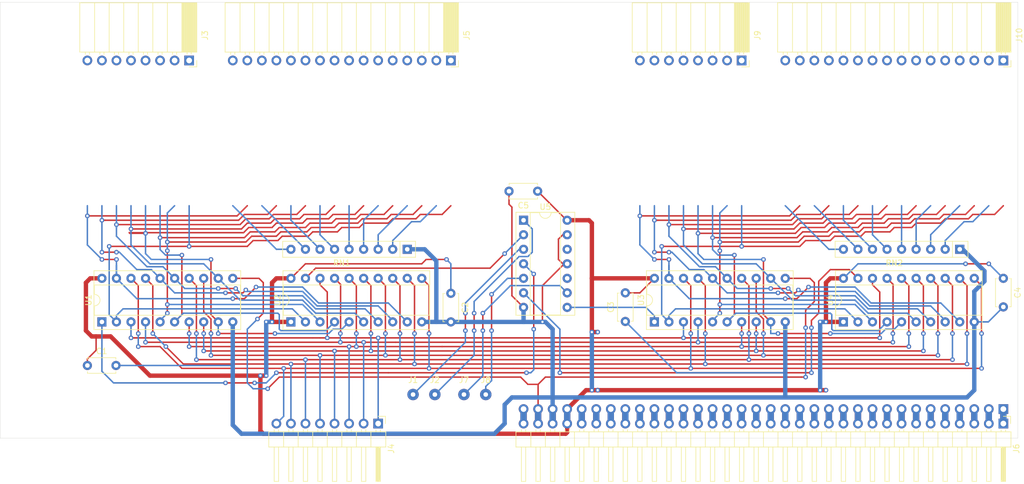
<source format=kicad_pcb>
(kicad_pcb (version 20171130) (host pcbnew "(5.1.5)-3")
  (title_block (title Register))
  (layers (0 F.Cu signal) (31 B.Cu signal) (34 B.Paste user) (35 F.Paste user) (36 B.SilkS user) (37 F.SilkS user) (38 B.Mask user) (39 F.Mask user) (44 Edge.Cuts user))
  (net 0 "")
  (net 1 GND)
  (net 2 VCC)
  (net 3 "Net-(J1-Pad1)")
  (net 4 "Net-(J2-Pad1)")
  (net 5 "Net-(J3-Pad8)")
  (net 6 "Net-(J3-Pad7)")
  (net 7 "Net-(J3-Pad6)")
  (net 8 "Net-(J3-Pad5)")
  (net 9 "Net-(J3-Pad4)")
  (net 10 "Net-(J3-Pad3)")
  (net 11 "Net-(J3-Pad2)")
  (net 12 "Net-(J3-Pad1)")
  (net 13 /BUS_7)
  (net 14 /BUS_6)
  (net 15 /BUS_5)
  (net 16 /BUS_4)
  (net 17 /BUS_3)
  (net 18 /BUS_2)
  (net 19 /BUS_1)
  (net 20 /BUS_0)
  (net 21 "Net-(J5-Pad16)")
  (net 22 "Net-(J5-Pad14)")
  (net 23 "Net-(J5-Pad12)")
  (net 24 "Net-(J5-Pad10)")
  (net 25 "Net-(J5-Pad8)")
  (net 26 "Net-(J5-Pad6)")
  (net 27 "Net-(J5-Pad4)")
  (net 28 "Net-(J5-Pad2)")
  (net 29 "Net-(J6-Pad29)")
  (net 30 "Net-(J6-Pad28)")
  (net 31 "Net-(J6-Pad27)")
  (net 32 "Net-(J6-Pad26)")
  (net 33 "Net-(J6-Pad25)")
  (net 34 "Net-(J6-Pad24)")
  (net 35 "Net-(J6-Pad23)")
  (net 36 "Net-(J6-Pad22)")
  (net 37 "Net-(J6-Pad21)")
  (net 38 "Net-(J6-Pad20)")
  (net 39 "Net-(J6-Pad19)")
  (net 40 "Net-(J6-Pad18)")
  (net 41 "Net-(J6-Pad17)")
  (net 42 "Net-(J6-Pad16)")
  (net 43 "Net-(J6-Pad15)")
  (net 44 "Net-(J6-Pad14)")
  (net 45 "Net-(J6-Pad13)")
  (net 46 "Net-(J6-Pad12)")
  (net 47 "Net-(J6-Pad11)")
  (net 48 "Net-(J6-Pad10)")
  (net 49 "Net-(J6-Pad9)")
  (net 50 "Net-(J6-Pad8)")
  (net 51 "Net-(J6-Pad7)")
  (net 52 "Net-(J6-Pad6)")
  (net 53 "Net-(J6-Pad5)")
  (net 54 "Net-(J6-Pad4)")
  (net 55 "Net-(J6-Pad3)")
  (net 56 "Net-(J6-Pad2)")
  (net 57 "Net-(J6-Pad1)")
  (net 58 "Net-(J7-Pad1)")
  (net 59 "Net-(J8-Pad1)")
  (net 60 "Net-(J10-Pad15)")
  (net 61 "Net-(J10-Pad13)")
  (net 62 "Net-(J10-Pad11)")
  (net 63 "Net-(J10-Pad9)")
  (net 64 "Net-(J10-Pad7)")
  (net 65 "Net-(J10-Pad5)")
  (net 66 "Net-(J10-Pad3)")
  (net 67 "Net-(J10-Pad1)")
  (net 68 "Net-(J10-Pad16)")
  (net 69 "Net-(J10-Pad14)")
  (net 70 "Net-(J10-Pad12)")
  (net 71 "Net-(J10-Pad10)")
  (net 72 "Net-(J10-Pad8)")
  (net 73 "Net-(J10-Pad6)")
  (net 74 "Net-(J10-Pad4)")
  (net 75 "Net-(J10-Pad2)")
  (net 76 "Net-(U1-Pad1)")
  (net 77 "Net-(U2-Pad19)")
  (net 78 "Net-(J6-Pad30)")
  (net 79 /D_CLK)
  (net 80 "Net-(J6-Pad34)")
  (net 81 "Net-(U3-Pad1)")
  (net 82 "Net-(U4-Pad19)")
  (net 83 "Net-(U5-Pad12)")
  (net 84 "Net-(U5-Pad10)")
  (module Package_DIP:DIP-20_W7.62mm_Socket (layer F.Cu) (at 101.6 106.68 90)
    (fp_text reference U2 (at 3.81 -2.33 90) (layer F.SilkS))
    (fp_text value 74HCT245)
    (pad 20 thru_hole oval (at 7.62 0 90) (size 1.6 1.6) (drill 0.8) (layers *.Cu *.Mask) (net 2 VCC))
    (pad 10 thru_hole oval (at 0 22.86 90) (size 1.6 1.6) (drill 0.8) (layers *.Cu *.Mask) (net 1 GND))
    (pad 19 thru_hole oval (at 7.62 2.54 90) (size 1.6 1.6) (drill 0.8) (layers *.Cu *.Mask) (net 77 "Net-(U2-Pad19)"))
    (pad 9 thru_hole oval (at 0 20.32 90) (size 1.6 1.6) (drill 0.8) (layers *.Cu *.Mask) (net 5 "Net-(J3-Pad8)"))
    (pad 18 thru_hole oval (at 7.62 5.08 90) (size 1.6 1.6) (drill 0.8) (layers *.Cu *.Mask) (net 20 /BUS_0))
    (pad 8 thru_hole oval (at 0 17.78 90) (size 1.6 1.6) (drill 0.8) (layers *.Cu *.Mask) (net 6 "Net-(J3-Pad7)"))
    (pad 17 thru_hole oval (at 7.62 7.62 90) (size 1.6 1.6) (drill 0.8) (layers *.Cu *.Mask) (net 19 /BUS_1))
    (pad 7 thru_hole oval (at 0 15.24 90) (size 1.6 1.6) (drill 0.8) (layers *.Cu *.Mask) (net 7 "Net-(J3-Pad6)"))
    (pad 16 thru_hole oval (at 7.62 10.16 90) (size 1.6 1.6) (drill 0.8) (layers *.Cu *.Mask) (net 18 /BUS_2))
    (pad 6 thru_hole oval (at 0 12.7 90) (size 1.6 1.6) (drill 0.8) (layers *.Cu *.Mask) (net 8 "Net-(J3-Pad5)"))
    (pad 15 thru_hole oval (at 7.62 12.7 90) (size 1.6 1.6) (drill 0.8) (layers *.Cu *.Mask) (net 17 /BUS_3))
    (pad 5 thru_hole oval (at 0 10.16 90) (size 1.6 1.6) (drill 0.8) (layers *.Cu *.Mask) (net 9 "Net-(J3-Pad4)"))
    (pad 14 thru_hole oval (at 7.62 15.24 90) (size 1.6 1.6) (drill 0.8) (layers *.Cu *.Mask) (net 16 /BUS_4))
    (pad 4 thru_hole oval (at 0 7.62 90) (size 1.6 1.6) (drill 0.8) (layers *.Cu *.Mask) (net 10 "Net-(J3-Pad3)"))
    (pad 13 thru_hole oval (at 7.62 17.78 90) (size 1.6 1.6) (drill 0.8) (layers *.Cu *.Mask) (net 15 /BUS_5))
    (pad 3 thru_hole oval (at 0 5.08 90) (size 1.6 1.6) (drill 0.8) (layers *.Cu *.Mask) (net 11 "Net-(J3-Pad2)"))
    (pad 12 thru_hole oval (at 7.62 20.32 90) (size 1.6 1.6) (drill 0.8) (layers *.Cu *.Mask) (net 14 /BUS_6))
    (pad 2 thru_hole oval (at 0 2.54 90) (size 1.6 1.6) (drill 0.8) (layers *.Cu *.Mask) (net 12 "Net-(J3-Pad1)"))
    (pad 11 thru_hole oval (at 7.62 22.86 90) (size 1.6 1.6) (drill 0.8) (layers *.Cu *.Mask) (net 13 /BUS_7))
    (pad 1 thru_hole rect (at 0 0 90) (size 1.6 1.6) (drill 0.8) (layers *.Cu *.Mask) (net 2 VCC))
  )
  (module Connector_Wire:SolderWirePad_1x01_Drill0.8mm (layer F.Cu) (at 135.636 119.38)
    (fp_text reference J8 (at 0 -2.54) (layer F.SilkS))
    (fp_text value "RIGHT OUT")
    (pad 1 thru_hole circle (at 0 0) (size 1.99898 1.99898) (drill 0.8001) (layers *.Cu *.Mask) (net 59 "Net-(J8-Pad1)"))
  )
  (module Connector_Wire:SolderWirePad_1x01_Drill0.8mm (layer F.Cu) (at 131.826 119.38)
    (fp_text reference J7 (at 0 -2.54) (layer F.SilkS))
    (fp_text value "RIGHT IN")
    (pad 1 thru_hole circle (at 0 0) (size 1.99898 1.99898) (drill 0.8001) (layers *.Cu *.Mask) (net 58 "Net-(J7-Pad1)"))
  )
  (module Connector_Wire:SolderWirePad_1x01_Drill0.8mm (layer F.Cu) (at 126.746 119.38)
    (fp_text reference J2 (at 0 -2.54) (layer F.SilkS))
    (fp_text value "LEFT OUT")
    (pad 1 thru_hole circle (at 0 0) (size 1.99898 1.99898) (drill 0.8001) (layers *.Cu *.Mask) (net 4 "Net-(J2-Pad1)"))
  )
  (module Connector_Wire:SolderWirePad_1x01_Drill0.8mm (layer F.Cu) (at 122.936 119.38)
    (fp_text reference J1 (at 0 -2.54) (layer F.SilkS))
    (fp_text value "LEFT IN")
    (pad 1 thru_hole circle (at 0 0) (size 1.99898 1.99898) (drill 0.8001) (layers *.Cu *.Mask) (net 3 "Net-(J1-Pad1)"))
  )
  (module Capacitor_THT:C_Disc_D4.7mm_W2.5mm_P5.00mm (layer F.Cu) (at 144.7 83.82 180)
    (fp_text reference C5 (at 2.5 -2.5) (layer F.SilkS))
    (fp_text value 100nF)
    (pad 2 thru_hole circle (at 5 0 180) (size 1.6 1.6) (drill 0.8) (layers *.Cu *.Mask) (net 1 GND))
    (pad 1 thru_hole circle (at 0 0 180) (size 1.6 1.6) (drill 0.8) (layers *.Cu *.Mask) (net 2 VCC))
  )
  (module eight-bit-computer:backplane-connector (layer F.Cu) (at 226.06 124.46 270)
    (fp_text reference J6 (at 4.385 -2.27 90) (layer F.SilkS))
    (fp_text value BACKPLANE)
    (pad 3 thru_hole custom (at 0 5.08 270) (size 1.7 1.7) (drill 1) (layers *.Cu *.Mask) (net 55 "Net-(J6-Pad3)") (options (clearance outline) (anchor circle)) (primitives (gr_poly (pts (xy -0.508 0.508) (xy -2.032 0.508) (xy -2.032 -0.508) (xy -0.508 -0.508)) (width 0.1))))
    (pad 4 thru_hole custom (at 0 7.62 270) (size 1.7 1.7) (drill 1) (layers *.Cu *.Mask) (net 54 "Net-(J6-Pad4)") (options (clearance outline) (anchor circle)) (primitives (gr_poly (pts (xy -0.508 0.508) (xy -2.032 0.508) (xy -2.032 -0.508) (xy -0.508 -0.508)) (width 0.1))))
    (pad 5 thru_hole custom (at 0 10.16 270) (size 1.7 1.7) (drill 1) (layers *.Cu *.Mask) (net 53 "Net-(J6-Pad5)") (options (clearance outline) (anchor circle)) (primitives (gr_poly (pts (xy -0.508 0.508) (xy -2.032 0.508) (xy -2.032 -0.508) (xy -0.508 -0.508)) (width 0.1))))
    (pad 6 thru_hole custom (at 0 12.7 270) (size 1.7 1.7) (drill 1) (layers *.Cu *.Mask) (net 52 "Net-(J6-Pad6)") (options (clearance outline) (anchor circle)) (primitives (gr_poly (pts (xy -0.508 0.508) (xy -2.032 0.508) (xy -2.032 -0.508) (xy -0.508 -0.508)) (width 0.1))))
    (pad 18 thru_hole custom (at 0 43.18 270) (size 1.7 1.7) (drill 1) (layers *.Cu *.Mask) (net 40 "Net-(J6-Pad18)") (options (clearance outline) (anchor circle)) (primitives (gr_poly (pts (xy -0.508 0.508) (xy -2.032 0.508) (xy -2.032 -0.508) (xy -0.508 -0.508)) (width 0.1))))
    (pad 17 thru_hole custom (at 0 40.64 270) (size 1.7 1.7) (drill 1) (layers *.Cu *.Mask) (net 41 "Net-(J6-Pad17)") (options (clearance outline) (anchor circle)) (primitives (gr_poly (pts (xy -0.508 0.508) (xy -2.032 0.508) (xy -2.032 -0.508) (xy -0.508 -0.508)) (width 0.1))))
    (pad 16 thru_hole custom (at 0 38.1 270) (size 1.7 1.7) (drill 1) (layers *.Cu *.Mask) (net 42 "Net-(J6-Pad16)") (options (clearance outline) (anchor circle)) (primitives (gr_poly (pts (xy -0.508 0.508) (xy -2.032 0.508) (xy -2.032 -0.508) (xy -0.508 -0.508)) (width 0.1))))
    (pad 15 thru_hole custom (at 0 35.56 270) (size 1.7 1.7) (drill 1) (layers *.Cu *.Mask) (net 43 "Net-(J6-Pad15)") (options (clearance outline) (anchor circle)) (primitives (gr_poly (pts (xy -0.508 0.508) (xy -2.032 0.508) (xy -2.032 -0.508) (xy -0.508 -0.508)) (width 0.1))))
    (pad 14 thru_hole custom (at 0 33.02 270) (size 1.7 1.7) (drill 1) (layers *.Cu *.Mask) (net 44 "Net-(J6-Pad14)") (options (clearance outline) (anchor circle)) (primitives (gr_poly (pts (xy -0.508 0.508) (xy -2.032 0.508) (xy -2.032 -0.508) (xy -0.508 -0.508)) (width 0.1))))
    (pad 13 thru_hole custom (at 0 30.48 270) (size 1.7 1.7) (drill 1) (layers *.Cu *.Mask) (net 45 "Net-(J6-Pad13)") (options (clearance outline) (anchor circle)) (primitives (gr_poly (pts (xy -0.508 0.508) (xy -2.032 0.508) (xy -2.032 -0.508) (xy -0.508 -0.508)) (width 0.1))))
    (pad 12 thru_hole custom (at 0 27.94 270) (size 1.7 1.7) (drill 1) (layers *.Cu *.Mask) (net 46 "Net-(J6-Pad12)") (options (clearance outline) (anchor circle)) (primitives (gr_poly (pts (xy -0.508 0.508) (xy -2.032 0.508) (xy -2.032 -0.508) (xy -0.508 -0.508)) (width 0.1))))
    (pad 11 thru_hole custom (at 0 25.4 270) (size 1.7 1.7) (drill 1) (layers *.Cu *.Mask) (net 47 "Net-(J6-Pad11)") (options (clearance outline) (anchor circle)) (primitives (gr_poly (pts (xy -0.508 0.508) (xy -2.032 0.508) (xy -2.032 -0.508) (xy -0.508 -0.508)) (width 0.1))))
    (pad 10 thru_hole custom (at 0 22.86 270) (size 1.7 1.7) (drill 1) (layers *.Cu *.Mask) (net 48 "Net-(J6-Pad10)") (options (clearance outline) (anchor circle)) (primitives (gr_poly (pts (xy -0.508 0.508) (xy -2.032 0.508) (xy -2.032 -0.508) (xy -0.508 -0.508)) (width 0.1))))
    (pad 9 thru_hole custom (at 0 20.32 270) (size 1.7 1.7) (drill 1) (layers *.Cu *.Mask) (net 49 "Net-(J6-Pad9)") (options (clearance outline) (anchor circle)) (primitives (gr_poly (pts (xy -0.508 0.508) (xy -2.032 0.508) (xy -2.032 -0.508) (xy -0.508 -0.508)) (width 0.1))))
    (pad 8 thru_hole custom (at 0 17.78 270) (size 1.7 1.7) (drill 1) (layers *.Cu *.Mask) (net 50 "Net-(J6-Pad8)") (options (clearance outline) (anchor circle)) (primitives (gr_poly (pts (xy -0.508 0.508) (xy -2.032 0.508) (xy -2.032 -0.508) (xy -0.508 -0.508)) (width 0.1))))
    (pad 7 thru_hole custom (at 0 15.24 270) (size 1.7 1.7) (drill 1) (layers *.Cu *.Mask) (net 51 "Net-(J6-Pad7)") (options (clearance outline) (anchor circle)) (primitives (gr_poly (pts (xy -0.508 0.508) (xy -2.032 0.508) (xy -2.032 -0.508) (xy -0.508 -0.508)) (width 0.1))))
    (pad 19 thru_hole custom (at 0 45.72 270) (size 1.7 1.7) (drill 1) (layers *.Cu *.Mask) (net 39 "Net-(J6-Pad19)") (options (clearance outline) (anchor circle)) (primitives (gr_poly (pts (xy -0.508 0.508) (xy -2.032 0.508) (xy -2.032 -0.508) (xy -0.508 -0.508)) (width 0.1))))
    (pad 20 thru_hole custom (at 0 48.26 270) (size 1.7 1.7) (drill 1) (layers *.Cu *.Mask) (net 38 "Net-(J6-Pad20)") (options (clearance outline) (anchor circle)) (primitives (gr_poly (pts (xy -0.508 0.508) (xy -2.032 0.508) (xy -2.032 -0.508) (xy -0.508 -0.508)) (width 0.1))))
    (pad 21 thru_hole custom (at 0 50.8 270) (size 1.7 1.7) (drill 1) (layers *.Cu *.Mask) (net 37 "Net-(J6-Pad21)") (options (clearance outline) (anchor circle)) (primitives (gr_poly (pts (xy -0.508 0.508) (xy -2.032 0.508) (xy -2.032 -0.508) (xy -0.508 -0.508)) (width 0.1))))
    (pad 22 thru_hole custom (at 0 53.34 270) (size 1.7 1.7) (drill 1) (layers *.Cu *.Mask) (net 36 "Net-(J6-Pad22)") (options (clearance outline) (anchor circle)) (primitives (gr_poly (pts (xy -0.508 0.508) (xy -2.032 0.508) (xy -2.032 -0.508) (xy -0.508 -0.508)) (width 0.1))))
    (pad 23 thru_hole custom (at 0 55.88 270) (size 1.7 1.7) (drill 1) (layers *.Cu *.Mask) (net 35 "Net-(J6-Pad23)") (options (clearance outline) (anchor circle)) (primitives (gr_poly (pts (xy -0.508 0.508) (xy -2.032 0.508) (xy -2.032 -0.508) (xy -0.508 -0.508)) (width 0.1))))
    (pad 24 thru_hole custom (at 0 58.42 270) (size 1.7 1.7) (drill 1) (layers *.Cu *.Mask) (net 34 "Net-(J6-Pad24)") (options (clearance outline) (anchor circle)) (primitives (gr_poly (pts (xy -0.508 0.508) (xy -2.032 0.508) (xy -2.032 -0.508) (xy -0.508 -0.508)) (width 0.1))))
    (pad 25 thru_hole custom (at 0 60.96 270) (size 1.7 1.7) (drill 1) (layers *.Cu *.Mask) (net 33 "Net-(J6-Pad25)") (options (clearance outline) (anchor circle)) (primitives (gr_poly (pts (xy -0.508 0.508) (xy -2.032 0.508) (xy -2.032 -0.508) (xy -0.508 -0.508)) (width 0.1))))
    (pad 26 thru_hole custom (at 0 63.5 270) (size 1.7 1.7) (drill 1) (layers *.Cu *.Mask) (net 32 "Net-(J6-Pad26)") (options (clearance outline) (anchor circle)) (primitives (gr_poly (pts (xy -0.508 0.508) (xy -2.032 0.508) (xy -2.032 -0.508) (xy -0.508 -0.508)) (width 0.1))))
    (pad 27 thru_hole custom (at 0 66.04 270) (size 1.7 1.7) (drill 1) (layers *.Cu *.Mask) (net 31 "Net-(J6-Pad27)") (options (clearance outline) (anchor circle)) (primitives (gr_poly (pts (xy -0.508 0.508) (xy -2.032 0.508) (xy -2.032 -0.508) (xy -0.508 -0.508)) (width 0.1))))
    (pad 28 thru_hole custom (at 0 68.58 270) (size 1.7 1.7) (drill 1) (layers *.Cu *.Mask) (net 30 "Net-(J6-Pad28)") (options (clearance outline) (anchor circle)) (primitives (gr_poly (pts (xy -0.508 0.508) (xy -2.032 0.508) (xy -2.032 -0.508) (xy -0.508 -0.508)) (width 0.1))))
    (pad 29 thru_hole custom (at 0 71.12 270) (size 1.7 1.7) (drill 1) (layers *.Cu *.Mask) (net 29 "Net-(J6-Pad29)") (options (clearance outline) (anchor circle)) (primitives (gr_poly (pts (xy -0.508 0.508) (xy -2.032 0.508) (xy -2.032 -0.508) (xy -0.508 -0.508)) (width 0.1))))
    (pad 30 thru_hole custom (at 0 73.66 270) (size 1.7 1.7) (drill 1) (layers *.Cu *.Mask) (net 78 "Net-(J6-Pad30)") (options (clearance outline) (anchor circle)) (primitives (gr_poly (pts (xy -0.508 0.508) (xy -2.032 0.508) (xy -2.032 -0.508) (xy -0.508 -0.508)) (width 0.1))))
    (pad 31 thru_hole custom (at 0 76.2 270) (size 1.7 1.7) (drill 1) (layers *.Cu *.Mask) (net 2 VCC) (options (clearance outline) (anchor circle)) (primitives (gr_poly (pts (xy -0.508 0.508) (xy -2.032 0.508) (xy -2.032 -0.508) (xy -0.508 -0.508)) (width 0.1))))
    (pad 32 thru_hole custom (at 0 78.74 270) (size 1.7 1.7) (drill 1) (layers *.Cu *.Mask) (net 1 GND) (options (clearance outline) (anchor circle)) (primitives (gr_poly (pts (xy -0.508 0.508) (xy -2.032 0.508) (xy -2.032 -0.508) (xy -0.508 -0.508)) (width 0.1))))
    (pad 33 thru_hole custom (at 0 81.28 270) (size 1.7 1.7) (drill 1) (layers *.Cu *.Mask) (net 79 /D_CLK) (options (clearance outline) (anchor circle)) (primitives (gr_poly (pts (xy -0.508 0.508) (xy -2.032 0.508) (xy -2.032 -0.508) (xy -0.508 -0.508)) (width 0.1))))
    (pad 34 thru_hole custom (at 0 83.82 270) (size 1.7 1.7) (drill 1) (layers *.Cu *.Mask) (net 80 "Net-(J6-Pad34)") (options (clearance outline) (anchor circle)) (primitives (gr_poly (pts (xy -0.508 0.508) (xy -2.032 0.508) (xy -2.032 -0.508) (xy -0.508 -0.508)) (width 0.1))))
    (pad 2 thru_hole custom (at 0 2.54 270) (size 1.7 1.7) (drill 1) (layers *.Cu *.Mask) (net 56 "Net-(J6-Pad2)") (options (clearance outline) (anchor circle)) (primitives (gr_poly (pts (xy -0.508 0.508) (xy -2.032 0.508) (xy -2.032 -0.508) (xy -0.508 -0.508)) (width 0.1))))
    (pad 25 thru_hole oval (at -2.54 60.96 270) (size 1.7 1.7) (drill 1) (layers *.Cu *.Mask) (net 33 "Net-(J6-Pad25)"))
    (pad 29 thru_hole oval (at -2.54 71.12 270) (size 1.7 1.7) (drill 1) (layers *.Cu *.Mask) (net 29 "Net-(J6-Pad29)"))
    (pad 33 thru_hole oval (at -2.54 81.28 270) (size 1.7 1.7) (drill 1) (layers *.Cu *.Mask) (net 79 /D_CLK))
    (pad 26 thru_hole oval (at -2.54 63.5 270) (size 1.7 1.7) (drill 1) (layers *.Cu *.Mask) (net 32 "Net-(J6-Pad26)"))
    (pad 34 thru_hole oval (at -2.54 83.82 270) (size 1.7 1.7) (drill 1) (layers *.Cu *.Mask) (net 80 "Net-(J6-Pad34)"))
    (pad 32 thru_hole oval (at -2.54 78.74 270) (size 1.7 1.7) (drill 1) (layers *.Cu *.Mask) (net 1 GND))
    (pad 31 thru_hole oval (at -2.54 76.2 270) (size 1.7 1.7) (drill 1) (layers *.Cu *.Mask) (net 2 VCC))
    (pad 30 thru_hole oval (at -2.54 73.66 270) (size 1.7 1.7) (drill 1) (layers *.Cu *.Mask) (net 78 "Net-(J6-Pad30)"))
    (pad 28 thru_hole oval (at -2.54 68.58 270) (size 1.7 1.7) (drill 1) (layers *.Cu *.Mask) (net 30 "Net-(J6-Pad28)"))
    (pad 27 thru_hole oval (at -2.54 66.04 270) (size 1.7 1.7) (drill 1) (layers *.Cu *.Mask) (net 31 "Net-(J6-Pad27)"))
    (pad 15 thru_hole oval (at -2.54 35.56 270) (size 1.7 1.7) (drill 1) (layers *.Cu *.Mask) (net 43 "Net-(J6-Pad15)"))
    (pad 11 thru_hole oval (at -2.54 25.4 270) (size 1.7 1.7) (drill 1) (layers *.Cu *.Mask) (net 47 "Net-(J6-Pad11)"))
    (pad 24 thru_hole oval (at -2.54 58.42 270) (size 1.7 1.7) (drill 1) (layers *.Cu *.Mask) (net 34 "Net-(J6-Pad24)"))
    (pad 19 thru_hole oval (at -2.54 45.72 270) (size 1.7 1.7) (drill 1) (layers *.Cu *.Mask) (net 39 "Net-(J6-Pad19)"))
    (pad 14 thru_hole oval (at -2.54 33.02 270) (size 1.7 1.7) (drill 1) (layers *.Cu *.Mask) (net 44 "Net-(J6-Pad14)"))
    (pad 6 thru_hole oval (at -2.54 12.7 270) (size 1.7 1.7) (drill 1) (layers *.Cu *.Mask) (net 52 "Net-(J6-Pad6)"))
    (pad 23 thru_hole oval (at -2.54 55.88 270) (size 1.7 1.7) (drill 1) (layers *.Cu *.Mask) (net 35 "Net-(J6-Pad23)"))
    (pad 22 thru_hole oval (at -2.54 53.34 270) (size 1.7 1.7) (drill 1) (layers *.Cu *.Mask) (net 36 "Net-(J6-Pad22)"))
    (pad 21 thru_hole oval (at -2.54 50.8 270) (size 1.7 1.7) (drill 1) (layers *.Cu *.Mask) (net 37 "Net-(J6-Pad21)"))
    (pad 18 thru_hole oval (at -2.54 43.18 270) (size 1.7 1.7) (drill 1) (layers *.Cu *.Mask) (net 40 "Net-(J6-Pad18)"))
    (pad 20 thru_hole oval (at -2.54 48.26 270) (size 1.7 1.7) (drill 1) (layers *.Cu *.Mask) (net 38 "Net-(J6-Pad20)"))
    (pad 17 thru_hole oval (at -2.54 40.64 270) (size 1.7 1.7) (drill 1) (layers *.Cu *.Mask) (net 41 "Net-(J6-Pad17)"))
    (pad 13 thru_hole oval (at -2.54 30.48 270) (size 1.7 1.7) (drill 1) (layers *.Cu *.Mask) (net 45 "Net-(J6-Pad13)"))
    (pad 12 thru_hole oval (at -2.54 27.94 270) (size 1.7 1.7) (drill 1) (layers *.Cu *.Mask) (net 46 "Net-(J6-Pad12)"))
    (pad 16 thru_hole oval (at -2.54 38.1 270) (size 1.7 1.7) (drill 1) (layers *.Cu *.Mask) (net 42 "Net-(J6-Pad16)"))
    (pad 10 thru_hole oval (at -2.54 22.86 270) (size 1.7 1.7) (drill 1) (layers *.Cu *.Mask) (net 48 "Net-(J6-Pad10)"))
    (pad 9 thru_hole oval (at -2.54 20.32 270) (size 1.7 1.7) (drill 1) (layers *.Cu *.Mask) (net 49 "Net-(J6-Pad9)"))
    (pad 8 thru_hole oval (at -2.54 17.78 270) (size 1.7 1.7) (drill 1) (layers *.Cu *.Mask) (net 50 "Net-(J6-Pad8)"))
    (pad 7 thru_hole oval (at -2.54 15.24 270) (size 1.7 1.7) (drill 1) (layers *.Cu *.Mask) (net 51 "Net-(J6-Pad7)"))
    (pad 5 thru_hole oval (at -2.54 10.16 270) (size 1.7 1.7) (drill 1) (layers *.Cu *.Mask) (net 53 "Net-(J6-Pad5)"))
    (pad 3 thru_hole oval (at -2.54 5.08 270) (size 1.7 1.7) (drill 1) (layers *.Cu *.Mask) (net 55 "Net-(J6-Pad3)"))
    (pad 2 thru_hole oval (at -2.54 2.54 270) (size 1.7 1.7) (drill 1) (layers *.Cu *.Mask) (net 56 "Net-(J6-Pad2)"))
    (pad 4 thru_hole oval (at -2.54 7.62 270) (size 1.7 1.7) (drill 1) (layers *.Cu *.Mask) (net 54 "Net-(J6-Pad4)"))
    (pad 1 thru_hole custom (at 0 0 270) (size 1.7 1.7) (drill 1) (layers *.Cu *.Mask) (net 57 "Net-(J6-Pad1)") (options (clearance outline) (anchor rect)) (primitives (gr_poly (pts (xy -0.762 0.508) (xy -1.778 0.508) (xy -1.778 -0.508) (xy -0.762 -0.508)) (width 0.1))))
    (pad 1 thru_hole rect (at -2.54 0 270) (size 1.7 1.7) (drill 1) (layers *.Cu *.Mask) (net 57 "Net-(J6-Pad1)"))
  )
  (module Package_DIP:DIP-20_W7.62mm_Socket (layer F.Cu) (at 198.12 106.68 90)
    (fp_text reference U4 (at 3.81 -2.33 90) (layer F.SilkS))
    (fp_text value 74HCT245)
    (pad 20 thru_hole oval (at 7.62 0 90) (size 1.6 1.6) (drill 0.8) (layers *.Cu *.Mask) (net 2 VCC))
    (pad 10 thru_hole oval (at 0 22.86 90) (size 1.6 1.6) (drill 0.8) (layers *.Cu *.Mask) (net 1 GND))
    (pad 19 thru_hole oval (at 7.62 2.54 90) (size 1.6 1.6) (drill 0.8) (layers *.Cu *.Mask) (net 82 "Net-(U4-Pad19)"))
    (pad 9 thru_hole oval (at 0 20.32 90) (size 1.6 1.6) (drill 0.8) (layers *.Cu *.Mask) (net 60 "Net-(J10-Pad15)"))
    (pad 18 thru_hole oval (at 7.62 5.08 90) (size 1.6 1.6) (drill 0.8) (layers *.Cu *.Mask) (net 20 /BUS_0))
    (pad 8 thru_hole oval (at 0 17.78 90) (size 1.6 1.6) (drill 0.8) (layers *.Cu *.Mask) (net 61 "Net-(J10-Pad13)"))
    (pad 17 thru_hole oval (at 7.62 7.62 90) (size 1.6 1.6) (drill 0.8) (layers *.Cu *.Mask) (net 19 /BUS_1))
    (pad 7 thru_hole oval (at 0 15.24 90) (size 1.6 1.6) (drill 0.8) (layers *.Cu *.Mask) (net 62 "Net-(J10-Pad11)"))
    (pad 16 thru_hole oval (at 7.62 10.16 90) (size 1.6 1.6) (drill 0.8) (layers *.Cu *.Mask) (net 18 /BUS_2))
    (pad 6 thru_hole oval (at 0 12.7 90) (size 1.6 1.6) (drill 0.8) (layers *.Cu *.Mask) (net 63 "Net-(J10-Pad9)"))
    (pad 15 thru_hole oval (at 7.62 12.7 90) (size 1.6 1.6) (drill 0.8) (layers *.Cu *.Mask) (net 17 /BUS_3))
    (pad 5 thru_hole oval (at 0 10.16 90) (size 1.6 1.6) (drill 0.8) (layers *.Cu *.Mask) (net 64 "Net-(J10-Pad7)"))
    (pad 14 thru_hole oval (at 7.62 15.24 90) (size 1.6 1.6) (drill 0.8) (layers *.Cu *.Mask) (net 16 /BUS_4))
    (pad 4 thru_hole oval (at 0 7.62 90) (size 1.6 1.6) (drill 0.8) (layers *.Cu *.Mask) (net 65 "Net-(J10-Pad5)"))
    (pad 13 thru_hole oval (at 7.62 17.78 90) (size 1.6 1.6) (drill 0.8) (layers *.Cu *.Mask) (net 15 /BUS_5))
    (pad 3 thru_hole oval (at 0 5.08 90) (size 1.6 1.6) (drill 0.8) (layers *.Cu *.Mask) (net 66 "Net-(J10-Pad3)"))
    (pad 12 thru_hole oval (at 7.62 20.32 90) (size 1.6 1.6) (drill 0.8) (layers *.Cu *.Mask) (net 14 /BUS_6))
    (pad 2 thru_hole oval (at 0 2.54 90) (size 1.6 1.6) (drill 0.8) (layers *.Cu *.Mask) (net 67 "Net-(J10-Pad1)"))
    (pad 11 thru_hole oval (at 7.62 22.86 90) (size 1.6 1.6) (drill 0.8) (layers *.Cu *.Mask) (net 13 /BUS_7))
    (pad 1 thru_hole rect (at 0 0 90) (size 1.6 1.6) (drill 0.8) (layers *.Cu *.Mask) (net 2 VCC))
  )
  (module Package_DIP:DIP-20_W7.62mm_Socket (layer F.Cu) (at 165.1 106.68 90)
    (fp_text reference U3 (at 3.81 -2.33 90) (layer F.SilkS))
    (fp_text value 74HCT377)
    (pad 20 thru_hole oval (at 7.62 0 90) (size 1.6 1.6) (drill 0.8) (layers *.Cu *.Mask) (net 2 VCC))
    (pad 10 thru_hole oval (at 0 22.86 90) (size 1.6 1.6) (drill 0.8) (layers *.Cu *.Mask) (net 1 GND))
    (pad 19 thru_hole oval (at 7.62 2.54 90) (size 1.6 1.6) (drill 0.8) (layers *.Cu *.Mask) (net 60 "Net-(J10-Pad15)"))
    (pad 9 thru_hole oval (at 0 20.32 90) (size 1.6 1.6) (drill 0.8) (layers *.Cu *.Mask) (net 64 "Net-(J10-Pad7)"))
    (pad 18 thru_hole oval (at 7.62 5.08 90) (size 1.6 1.6) (drill 0.8) (layers *.Cu *.Mask) (net 13 /BUS_7))
    (pad 8 thru_hole oval (at 0 17.78 90) (size 1.6 1.6) (drill 0.8) (layers *.Cu *.Mask) (net 17 /BUS_3))
    (pad 17 thru_hole oval (at 7.62 7.62 90) (size 1.6 1.6) (drill 0.8) (layers *.Cu *.Mask) (net 14 /BUS_6))
    (pad 7 thru_hole oval (at 0 15.24 90) (size 1.6 1.6) (drill 0.8) (layers *.Cu *.Mask) (net 18 /BUS_2))
    (pad 16 thru_hole oval (at 7.62 10.16 90) (size 1.6 1.6) (drill 0.8) (layers *.Cu *.Mask) (net 61 "Net-(J10-Pad13)"))
    (pad 6 thru_hole oval (at 0 12.7 90) (size 1.6 1.6) (drill 0.8) (layers *.Cu *.Mask) (net 65 "Net-(J10-Pad5)"))
    (pad 15 thru_hole oval (at 7.62 12.7 90) (size 1.6 1.6) (drill 0.8) (layers *.Cu *.Mask) (net 62 "Net-(J10-Pad11)"))
    (pad 5 thru_hole oval (at 0 10.16 90) (size 1.6 1.6) (drill 0.8) (layers *.Cu *.Mask) (net 66 "Net-(J10-Pad3)"))
    (pad 14 thru_hole oval (at 7.62 15.24 90) (size 1.6 1.6) (drill 0.8) (layers *.Cu *.Mask) (net 15 /BUS_5))
    (pad 4 thru_hole oval (at 0 7.62 90) (size 1.6 1.6) (drill 0.8) (layers *.Cu *.Mask) (net 19 /BUS_1))
    (pad 13 thru_hole oval (at 7.62 17.78 90) (size 1.6 1.6) (drill 0.8) (layers *.Cu *.Mask) (net 16 /BUS_4))
    (pad 3 thru_hole oval (at 0 5.08 90) (size 1.6 1.6) (drill 0.8) (layers *.Cu *.Mask) (net 20 /BUS_0))
    (pad 12 thru_hole oval (at 7.62 20.32 90) (size 1.6 1.6) (drill 0.8) (layers *.Cu *.Mask) (net 63 "Net-(J10-Pad9)"))
    (pad 2 thru_hole oval (at 0 2.54 90) (size 1.6 1.6) (drill 0.8) (layers *.Cu *.Mask) (net 67 "Net-(J10-Pad1)"))
    (pad 11 thru_hole oval (at 7.62 22.86 90) (size 1.6 1.6) (drill 0.8) (layers *.Cu *.Mask) (net 79 /D_CLK))
    (pad 1 thru_hole rect (at 0 0 90) (size 1.6 1.6) (drill 0.8) (layers *.Cu *.Mask) (net 81 "Net-(U3-Pad1)"))
  )
  (module Package_DIP:DIP-14_W7.62mm_Socket (layer F.Cu) (at 142.24 88.9)
    (fp_text reference U5 (at 3.81 -2.33) (layer F.SilkS))
    (fp_text value 74HCT04)
    (pad 14 thru_hole oval (at 7.62 0) (size 1.6 1.6) (drill 0.8) (layers *.Cu *.Mask) (net 2 VCC))
    (pad 7 thru_hole oval (at 0 15.24) (size 1.6 1.6) (drill 0.8) (layers *.Cu *.Mask) (net 1 GND))
    (pad 13 thru_hole oval (at 7.62 2.54) (size 1.6 1.6) (drill 0.8) (layers *.Cu *.Mask) (net 1 GND))
    (pad 6 thru_hole oval (at 0 12.7) (size 1.6 1.6) (drill 0.8) (layers *.Cu *.Mask) (net 82 "Net-(U4-Pad19)"))
    (pad 12 thru_hole oval (at 7.62 5.08) (size 1.6 1.6) (drill 0.8) (layers *.Cu *.Mask) (net 83 "Net-(U5-Pad12)"))
    (pad 5 thru_hole oval (at 0 10.16) (size 1.6 1.6) (drill 0.8) (layers *.Cu *.Mask) (net 59 "Net-(J8-Pad1)"))
    (pad 11 thru_hole oval (at 7.62 7.62) (size 1.6 1.6) (drill 0.8) (layers *.Cu *.Mask) (net 1 GND))
    (pad 4 thru_hole oval (at 0 7.62) (size 1.6 1.6) (drill 0.8) (layers *.Cu *.Mask) (net 76 "Net-(U1-Pad1)"))
    (pad 10 thru_hole oval (at 7.62 10.16) (size 1.6 1.6) (drill 0.8) (layers *.Cu *.Mask) (net 84 "Net-(U5-Pad10)"))
    (pad 3 thru_hole oval (at 0 5.08) (size 1.6 1.6) (drill 0.8) (layers *.Cu *.Mask) (net 3 "Net-(J1-Pad1)"))
    (pad 9 thru_hole oval (at 7.62 12.7) (size 1.6 1.6) (drill 0.8) (layers *.Cu *.Mask) (net 58 "Net-(J7-Pad1)"))
    (pad 2 thru_hole oval (at 0 2.54) (size 1.6 1.6) (drill 0.8) (layers *.Cu *.Mask) (net 77 "Net-(U2-Pad19)"))
    (pad 8 thru_hole oval (at 7.62 15.24) (size 1.6 1.6) (drill 0.8) (layers *.Cu *.Mask) (net 81 "Net-(U3-Pad1)"))
    (pad 1 thru_hole rect (at 0 0) (size 1.6 1.6) (drill 0.8) (layers *.Cu *.Mask) (net 4 "Net-(J2-Pad1)"))
  )
  (module Package_DIP:DIP-20_W7.62mm_Socket (layer F.Cu) (at 68.58 106.68 90)
    (fp_text reference U1 (at 3.81 -2.33 90) (layer F.SilkS))
    (fp_text value 74HCT377)
    (pad 20 thru_hole oval (at 7.62 0 90) (size 1.6 1.6) (drill 0.8) (layers *.Cu *.Mask) (net 2 VCC))
    (pad 10 thru_hole oval (at 0 22.86 90) (size 1.6 1.6) (drill 0.8) (layers *.Cu *.Mask) (net 1 GND))
    (pad 19 thru_hole oval (at 7.62 2.54 90) (size 1.6 1.6) (drill 0.8) (layers *.Cu *.Mask) (net 5 "Net-(J3-Pad8)"))
    (pad 9 thru_hole oval (at 0 20.32 90) (size 1.6 1.6) (drill 0.8) (layers *.Cu *.Mask) (net 9 "Net-(J3-Pad4)"))
    (pad 18 thru_hole oval (at 7.62 5.08 90) (size 1.6 1.6) (drill 0.8) (layers *.Cu *.Mask) (net 13 /BUS_7))
    (pad 8 thru_hole oval (at 0 17.78 90) (size 1.6 1.6) (drill 0.8) (layers *.Cu *.Mask) (net 17 /BUS_3))
    (pad 17 thru_hole oval (at 7.62 7.62 90) (size 1.6 1.6) (drill 0.8) (layers *.Cu *.Mask) (net 14 /BUS_6))
    (pad 7 thru_hole oval (at 0 15.24 90) (size 1.6 1.6) (drill 0.8) (layers *.Cu *.Mask) (net 18 /BUS_2))
    (pad 16 thru_hole oval (at 7.62 10.16 90) (size 1.6 1.6) (drill 0.8) (layers *.Cu *.Mask) (net 6 "Net-(J3-Pad7)"))
    (pad 6 thru_hole oval (at 0 12.7 90) (size 1.6 1.6) (drill 0.8) (layers *.Cu *.Mask) (net 10 "Net-(J3-Pad3)"))
    (pad 15 thru_hole oval (at 7.62 12.7 90) (size 1.6 1.6) (drill 0.8) (layers *.Cu *.Mask) (net 7 "Net-(J3-Pad6)"))
    (pad 5 thru_hole oval (at 0 10.16 90) (size 1.6 1.6) (drill 0.8) (layers *.Cu *.Mask) (net 11 "Net-(J3-Pad2)"))
    (pad 14 thru_hole oval (at 7.62 15.24 90) (size 1.6 1.6) (drill 0.8) (layers *.Cu *.Mask) (net 15 /BUS_5))
    (pad 4 thru_hole oval (at 0 7.62 90) (size 1.6 1.6) (drill 0.8) (layers *.Cu *.Mask) (net 19 /BUS_1))
    (pad 13 thru_hole oval (at 7.62 17.78 90) (size 1.6 1.6) (drill 0.8) (layers *.Cu *.Mask) (net 16 /BUS_4))
    (pad 3 thru_hole oval (at 0 5.08 90) (size 1.6 1.6) (drill 0.8) (layers *.Cu *.Mask) (net 20 /BUS_0))
    (pad 12 thru_hole oval (at 7.62 20.32 90) (size 1.6 1.6) (drill 0.8) (layers *.Cu *.Mask) (net 8 "Net-(J3-Pad5)"))
    (pad 2 thru_hole oval (at 0 2.54 90) (size 1.6 1.6) (drill 0.8) (layers *.Cu *.Mask) (net 12 "Net-(J3-Pad1)"))
    (pad 11 thru_hole oval (at 7.62 22.86 90) (size 1.6 1.6) (drill 0.8) (layers *.Cu *.Mask) (net 79 /D_CLK))
    (pad 1 thru_hole rect (at 0 0 90) (size 1.6 1.6) (drill 0.8) (layers *.Cu *.Mask) (net 76 "Net-(U1-Pad1)"))
  )
  (module Resistor_THT:R_Array_SIP9 (layer F.Cu) (at 218.44 93.98 180)
    (fp_text reference RN2 (at 11.43 -2.4) (layer F.SilkS))
    (fp_text value "RIGHT RESISTORS")
    (pad 9 thru_hole oval (at 20.32 0 180) (size 1.6 1.6) (drill 0.8) (layers *.Cu *.Mask) (net 68 "Net-(J10-Pad16)"))
    (pad 8 thru_hole oval (at 17.78 0 180) (size 1.6 1.6) (drill 0.8) (layers *.Cu *.Mask) (net 69 "Net-(J10-Pad14)"))
    (pad 7 thru_hole oval (at 15.24 0 180) (size 1.6 1.6) (drill 0.8) (layers *.Cu *.Mask) (net 70 "Net-(J10-Pad12)"))
    (pad 6 thru_hole oval (at 12.7 0 180) (size 1.6 1.6) (drill 0.8) (layers *.Cu *.Mask) (net 71 "Net-(J10-Pad10)"))
    (pad 5 thru_hole oval (at 10.16 0 180) (size 1.6 1.6) (drill 0.8) (layers *.Cu *.Mask) (net 72 "Net-(J10-Pad8)"))
    (pad 4 thru_hole oval (at 7.62 0 180) (size 1.6 1.6) (drill 0.8) (layers *.Cu *.Mask) (net 73 "Net-(J10-Pad6)"))
    (pad 3 thru_hole oval (at 5.08 0 180) (size 1.6 1.6) (drill 0.8) (layers *.Cu *.Mask) (net 74 "Net-(J10-Pad4)"))
    (pad 2 thru_hole oval (at 2.54 0 180) (size 1.6 1.6) (drill 0.8) (layers *.Cu *.Mask) (net 75 "Net-(J10-Pad2)"))
    (pad 1 thru_hole rect (at 0 0 180) (size 1.6 1.6) (drill 0.8) (layers *.Cu *.Mask) (net 1 GND))
  )
  (module Resistor_THT:R_Array_SIP9 (layer F.Cu) (at 121.92 93.98 180)
    (fp_text reference RN1 (at 11.43 -2.4) (layer F.SilkS))
    (fp_text value "LEFT RESISTORS")
    (pad 9 thru_hole oval (at 20.32 0 180) (size 1.6 1.6) (drill 0.8) (layers *.Cu *.Mask) (net 21 "Net-(J5-Pad16)"))
    (pad 8 thru_hole oval (at 17.78 0 180) (size 1.6 1.6) (drill 0.8) (layers *.Cu *.Mask) (net 22 "Net-(J5-Pad14)"))
    (pad 7 thru_hole oval (at 15.24 0 180) (size 1.6 1.6) (drill 0.8) (layers *.Cu *.Mask) (net 23 "Net-(J5-Pad12)"))
    (pad 6 thru_hole oval (at 12.7 0 180) (size 1.6 1.6) (drill 0.8) (layers *.Cu *.Mask) (net 24 "Net-(J5-Pad10)"))
    (pad 5 thru_hole oval (at 10.16 0 180) (size 1.6 1.6) (drill 0.8) (layers *.Cu *.Mask) (net 25 "Net-(J5-Pad8)"))
    (pad 4 thru_hole oval (at 7.62 0 180) (size 1.6 1.6) (drill 0.8) (layers *.Cu *.Mask) (net 26 "Net-(J5-Pad6)"))
    (pad 3 thru_hole oval (at 5.08 0 180) (size 1.6 1.6) (drill 0.8) (layers *.Cu *.Mask) (net 27 "Net-(J5-Pad4)"))
    (pad 2 thru_hole oval (at 2.54 0 180) (size 1.6 1.6) (drill 0.8) (layers *.Cu *.Mask) (net 28 "Net-(J5-Pad2)"))
    (pad 1 thru_hole rect (at 0 0 180) (size 1.6 1.6) (drill 0.8) (layers *.Cu *.Mask) (net 1 GND))
  )
  (module Connector_PinSocket_2.54mm:PinSocket_1x16_P2.54mm_Horizontal (layer F.Cu) (at 226.06 60.96 270)
    (fp_text reference J10 (at -4.38 -2.77 90) (layer F.SilkS))
    (fp_text value "RIGHT LEDS")
    (pad 16 thru_hole oval (at 0 38.1 270) (size 1.7 1.7) (drill 1) (layers *.Cu *.Mask) (net 68 "Net-(J10-Pad16)"))
    (pad 15 thru_hole oval (at 0 35.56 270) (size 1.7 1.7) (drill 1) (layers *.Cu *.Mask) (net 60 "Net-(J10-Pad15)"))
    (pad 14 thru_hole oval (at 0 33.02 270) (size 1.7 1.7) (drill 1) (layers *.Cu *.Mask) (net 69 "Net-(J10-Pad14)"))
    (pad 13 thru_hole oval (at 0 30.48 270) (size 1.7 1.7) (drill 1) (layers *.Cu *.Mask) (net 61 "Net-(J10-Pad13)"))
    (pad 12 thru_hole oval (at 0 27.94 270) (size 1.7 1.7) (drill 1) (layers *.Cu *.Mask) (net 70 "Net-(J10-Pad12)"))
    (pad 11 thru_hole oval (at 0 25.4 270) (size 1.7 1.7) (drill 1) (layers *.Cu *.Mask) (net 62 "Net-(J10-Pad11)"))
    (pad 10 thru_hole oval (at 0 22.86 270) (size 1.7 1.7) (drill 1) (layers *.Cu *.Mask) (net 71 "Net-(J10-Pad10)"))
    (pad 9 thru_hole oval (at 0 20.32 270) (size 1.7 1.7) (drill 1) (layers *.Cu *.Mask) (net 63 "Net-(J10-Pad9)"))
    (pad 8 thru_hole oval (at 0 17.78 270) (size 1.7 1.7) (drill 1) (layers *.Cu *.Mask) (net 72 "Net-(J10-Pad8)"))
    (pad 7 thru_hole oval (at 0 15.24 270) (size 1.7 1.7) (drill 1) (layers *.Cu *.Mask) (net 64 "Net-(J10-Pad7)"))
    (pad 6 thru_hole oval (at 0 12.7 270) (size 1.7 1.7) (drill 1) (layers *.Cu *.Mask) (net 73 "Net-(J10-Pad6)"))
    (pad 5 thru_hole oval (at 0 10.16 270) (size 1.7 1.7) (drill 1) (layers *.Cu *.Mask) (net 65 "Net-(J10-Pad5)"))
    (pad 4 thru_hole oval (at 0 7.62 270) (size 1.7 1.7) (drill 1) (layers *.Cu *.Mask) (net 74 "Net-(J10-Pad4)"))
    (pad 3 thru_hole oval (at 0 5.08 270) (size 1.7 1.7) (drill 1) (layers *.Cu *.Mask) (net 66 "Net-(J10-Pad3)"))
    (pad 2 thru_hole oval (at 0 2.54 270) (size 1.7 1.7) (drill 1) (layers *.Cu *.Mask) (net 75 "Net-(J10-Pad2)"))
    (pad 1 thru_hole rect (at 0 0 270) (size 1.7 1.7) (drill 1) (layers *.Cu *.Mask) (net 67 "Net-(J10-Pad1)"))
  )
  (module Connector_PinSocket_2.54mm:PinSocket_1x08_P2.54mm_Horizontal (layer F.Cu) (at 180.34 60.96 270)
    (fp_text reference J9 (at -4.38 -2.77 90) (layer F.SilkS))
    (fp_text value "RIGHT CONTENT")
    (pad 8 thru_hole oval (at 0 17.78 270) (size 1.7 1.7) (drill 1) (layers *.Cu *.Mask) (net 60 "Net-(J10-Pad15)"))
    (pad 7 thru_hole oval (at 0 15.24 270) (size 1.7 1.7) (drill 1) (layers *.Cu *.Mask) (net 61 "Net-(J10-Pad13)"))
    (pad 6 thru_hole oval (at 0 12.7 270) (size 1.7 1.7) (drill 1) (layers *.Cu *.Mask) (net 62 "Net-(J10-Pad11)"))
    (pad 5 thru_hole oval (at 0 10.16 270) (size 1.7 1.7) (drill 1) (layers *.Cu *.Mask) (net 63 "Net-(J10-Pad9)"))
    (pad 4 thru_hole oval (at 0 7.62 270) (size 1.7 1.7) (drill 1) (layers *.Cu *.Mask) (net 64 "Net-(J10-Pad7)"))
    (pad 3 thru_hole oval (at 0 5.08 270) (size 1.7 1.7) (drill 1) (layers *.Cu *.Mask) (net 65 "Net-(J10-Pad5)"))
    (pad 2 thru_hole oval (at 0 2.54 270) (size 1.7 1.7) (drill 1) (layers *.Cu *.Mask) (net 66 "Net-(J10-Pad3)"))
    (pad 1 thru_hole rect (at 0 0 270) (size 1.7 1.7) (drill 1) (layers *.Cu *.Mask) (net 67 "Net-(J10-Pad1)"))
  )
  (module Connector_PinSocket_2.54mm:PinSocket_1x16_P2.54mm_Horizontal (layer F.Cu) (at 129.54 60.96 270)
    (fp_text reference J5 (at -4.38 -2.77 90) (layer F.SilkS))
    (fp_text value "LEFT LEDS")
    (pad 16 thru_hole oval (at 0 38.1 270) (size 1.7 1.7) (drill 1) (layers *.Cu *.Mask) (net 21 "Net-(J5-Pad16)"))
    (pad 15 thru_hole oval (at 0 35.56 270) (size 1.7 1.7) (drill 1) (layers *.Cu *.Mask) (net 5 "Net-(J3-Pad8)"))
    (pad 14 thru_hole oval (at 0 33.02 270) (size 1.7 1.7) (drill 1) (layers *.Cu *.Mask) (net 22 "Net-(J5-Pad14)"))
    (pad 13 thru_hole oval (at 0 30.48 270) (size 1.7 1.7) (drill 1) (layers *.Cu *.Mask) (net 6 "Net-(J3-Pad7)"))
    (pad 12 thru_hole oval (at 0 27.94 270) (size 1.7 1.7) (drill 1) (layers *.Cu *.Mask) (net 23 "Net-(J5-Pad12)"))
    (pad 11 thru_hole oval (at 0 25.4 270) (size 1.7 1.7) (drill 1) (layers *.Cu *.Mask) (net 7 "Net-(J3-Pad6)"))
    (pad 10 thru_hole oval (at 0 22.86 270) (size 1.7 1.7) (drill 1) (layers *.Cu *.Mask) (net 24 "Net-(J5-Pad10)"))
    (pad 9 thru_hole oval (at 0 20.32 270) (size 1.7 1.7) (drill 1) (layers *.Cu *.Mask) (net 8 "Net-(J3-Pad5)"))
    (pad 8 thru_hole oval (at 0 17.78 270) (size 1.7 1.7) (drill 1) (layers *.Cu *.Mask) (net 25 "Net-(J5-Pad8)"))
    (pad 7 thru_hole oval (at 0 15.24 270) (size 1.7 1.7) (drill 1) (layers *.Cu *.Mask) (net 9 "Net-(J3-Pad4)"))
    (pad 6 thru_hole oval (at 0 12.7 270) (size 1.7 1.7) (drill 1) (layers *.Cu *.Mask) (net 26 "Net-(J5-Pad6)"))
    (pad 5 thru_hole oval (at 0 10.16 270) (size 1.7 1.7) (drill 1) (layers *.Cu *.Mask) (net 10 "Net-(J3-Pad3)"))
    (pad 4 thru_hole oval (at 0 7.62 270) (size 1.7 1.7) (drill 1) (layers *.Cu *.Mask) (net 27 "Net-(J5-Pad4)"))
    (pad 3 thru_hole oval (at 0 5.08 270) (size 1.7 1.7) (drill 1) (layers *.Cu *.Mask) (net 11 "Net-(J3-Pad2)"))
    (pad 2 thru_hole oval (at 0 2.54 270) (size 1.7 1.7) (drill 1) (layers *.Cu *.Mask) (net 28 "Net-(J5-Pad2)"))
    (pad 1 thru_hole rect (at 0 0 270) (size 1.7 1.7) (drill 1) (layers *.Cu *.Mask) (net 12 "Net-(J3-Pad1)"))
  )
  (module Connector_PinHeader_2.54mm:PinHeader_1x08_P2.54mm_Horizontal (layer F.Cu) (at 116.84 124.46 270)
    (fp_text reference J4 (at 4.385 -2.27 90) (layer F.SilkS))
    (fp_text value BUS)
    (pad 8 thru_hole oval (at 0 17.78 270) (size 1.7 1.7) (drill 1) (layers *.Cu *.Mask) (net 13 /BUS_7))
    (pad 7 thru_hole oval (at 0 15.24 270) (size 1.7 1.7) (drill 1) (layers *.Cu *.Mask) (net 14 /BUS_6))
    (pad 6 thru_hole oval (at 0 12.7 270) (size 1.7 1.7) (drill 1) (layers *.Cu *.Mask) (net 15 /BUS_5))
    (pad 5 thru_hole oval (at 0 10.16 270) (size 1.7 1.7) (drill 1) (layers *.Cu *.Mask) (net 16 /BUS_4))
    (pad 4 thru_hole oval (at 0 7.62 270) (size 1.7 1.7) (drill 1) (layers *.Cu *.Mask) (net 17 /BUS_3))
    (pad 3 thru_hole oval (at 0 5.08 270) (size 1.7 1.7) (drill 1) (layers *.Cu *.Mask) (net 18 /BUS_2))
    (pad 2 thru_hole oval (at 0 2.54 270) (size 1.7 1.7) (drill 1) (layers *.Cu *.Mask) (net 19 /BUS_1))
    (pad 1 thru_hole rect (at 0 0 270) (size 1.7 1.7) (drill 1) (layers *.Cu *.Mask) (net 20 /BUS_0))
  )
  (module Connector_PinSocket_2.54mm:PinSocket_1x08_P2.54mm_Horizontal (layer F.Cu) (at 83.82 60.96 270)
    (fp_text reference J3 (at -4.38 -2.77 90) (layer F.SilkS))
    (fp_text value "LEFT CONTENT")
    (pad 8 thru_hole oval (at 0 17.78 270) (size 1.7 1.7) (drill 1) (layers *.Cu *.Mask) (net 5 "Net-(J3-Pad8)"))
    (pad 7 thru_hole oval (at 0 15.24 270) (size 1.7 1.7) (drill 1) (layers *.Cu *.Mask) (net 6 "Net-(J3-Pad7)"))
    (pad 6 thru_hole oval (at 0 12.7 270) (size 1.7 1.7) (drill 1) (layers *.Cu *.Mask) (net 7 "Net-(J3-Pad6)"))
    (pad 5 thru_hole oval (at 0 10.16 270) (size 1.7 1.7) (drill 1) (layers *.Cu *.Mask) (net 8 "Net-(J3-Pad5)"))
    (pad 4 thru_hole oval (at 0 7.62 270) (size 1.7 1.7) (drill 1) (layers *.Cu *.Mask) (net 9 "Net-(J3-Pad4)"))
    (pad 3 thru_hole oval (at 0 5.08 270) (size 1.7 1.7) (drill 1) (layers *.Cu *.Mask) (net 10 "Net-(J3-Pad3)"))
    (pad 2 thru_hole oval (at 0 2.54 270) (size 1.7 1.7) (drill 1) (layers *.Cu *.Mask) (net 11 "Net-(J3-Pad2)"))
    (pad 1 thru_hole rect (at 0 0 270) (size 1.7 1.7) (drill 1) (layers *.Cu *.Mask) (net 12 "Net-(J3-Pad1)"))
  )
  (module Capacitor_THT:C_Disc_D4.7mm_W2.5mm_P5.00mm (layer F.Cu) (at 226.06 99.06 270)
    (fp_text reference C4 (at 2.5 -2.5 90) (layer F.SilkS))
    (fp_text value 100nF)
    (pad 2 thru_hole circle (at 5 0 270) (size 1.6 1.6) (drill 0.8) (layers *.Cu *.Mask) (net 1 GND))
    (pad 1 thru_hole circle (at 0 0 270) (size 1.6 1.6) (drill 0.8) (layers *.Cu *.Mask) (net 2 VCC))
  )
  (module Capacitor_THT:C_Disc_D4.7mm_W2.5mm_P5.00mm (layer F.Cu) (at 160.02 101.6 270)
    (fp_text reference C3 (at 2.5 2.54 90) (layer F.SilkS))
    (fp_text value 100nF)
    (pad 2 thru_hole circle (at 5 0 270) (size 1.6 1.6) (drill 0.8) (layers *.Cu *.Mask) (net 1 GND))
    (pad 1 thru_hole circle (at 0 0 270) (size 1.6 1.6) (drill 0.8) (layers *.Cu *.Mask) (net 2 VCC))
  )
  (module Capacitor_THT:C_Disc_D4.7mm_W2.5mm_P5.00mm (layer F.Cu) (at 129.54 101.68 270)
    (fp_text reference C2 (at 2.5 -2.5 90) (layer F.SilkS))
    (fp_text value 100nF)
    (pad 2 thru_hole circle (at 5 0 270) (size 1.6 1.6) (drill 0.8) (layers *.Cu *.Mask) (net 1 GND))
    (pad 1 thru_hole circle (at 0 0 270) (size 1.6 1.6) (drill 0.8) (layers *.Cu *.Mask) (net 2 VCC))
  )
  (module Capacitor_THT:C_Disc_D4.7mm_W2.5mm_P5.00mm (layer F.Cu) (at 66.04 114.3)
    (fp_text reference C1 (at 2.5 -2.5) (layer F.SilkS))
    (fp_text value 100nF)
    (pad 2 thru_hole circle (at 5 0) (size 1.6 1.6) (drill 0.8) (layers *.Cu *.Mask) (net 1 GND))
    (pad 1 thru_hole circle (at 0 0) (size 1.6 1.6) (drill 0.8) (layers *.Cu *.Mask) (net 2 VCC))
  )
  (gr_line (start 50.8 127) (end 50.8 50.8) (layer Edge.Cuts) (width 0.05))
  (gr_line (start 228.6 127) (end 50.8 127) (layer Edge.Cuts) (width 0.05))
  (gr_line (start 228.6 50.8) (end 228.6 127) (layer Edge.Cuts) (width 0.05))
  (gr_line (start 50.8 50.8) (end 228.6 50.8) (layer Edge.Cuts) (width 0.05))
  (segment (start 142.24 104.14) (end 142.24 106.68) (width 0.762) (layer B.Cu) (net 1))
  (segment (start 142.24 106.68) (end 145.542 106.68) (width 0.762) (layer B.Cu) (net 1))
  (segment (start 147.32 107.95) (end 147.32 119.888) (width 0.762) (layer B.Cu) (net 1))
  (segment (start 146.05 106.68) (end 147.32 107.95) (width 0.762) (layer B.Cu) (net 1))
  (segment (start 147.32 119.888) (end 147.32 121.92) (width 0.762) (layer B.Cu) (net 1))
  (segment (start 220.98 118.618) (end 220.98 106.68) (width 0.762) (layer B.Cu) (net 1))
  (segment (start 187.96 119.888) (end 219.71 119.888) (width 0.762) (layer B.Cu) (net 1))
  (segment (start 219.71 119.888) (end 220.98 118.618) (width 0.762) (layer B.Cu) (net 1))
  (segment (start 222.758 99.568) (end 222.758 97.79) (width 0.762) (layer B.Cu) (net 1))
  (segment (start 220.98 106.68) (end 220.98 101.346) (width 0.762) (layer B.Cu) (net 1))
  (segment (start 220.98 101.346) (end 222.758 99.568) (width 0.762) (layer B.Cu) (net 1))
  (segment (start 218.44 93.98) (end 218.948 93.98) (width 0.762) (layer B.Cu) (net 1))
  (segment (start 218.948 93.98) (end 222.758 97.79) (width 0.762) (layer B.Cu) (net 1))
  (segment (start 92.964 126.238) (end 91.44 124.714) (width 0.762) (layer B.Cu) (net 1))
  (segment (start 91.44 124.714) (end 91.44 114.3) (width 0.762) (layer B.Cu) (net 1))
  (segment (start 147.32 119.888) (end 140.208 119.888) (width 0.762) (layer B.Cu) (net 1))
  (segment (start 137.16 126.238) (end 92.964 126.238) (width 0.762) (layer B.Cu) (net 1))
  (segment (start 138.938 124.46) (end 137.16 126.238) (width 0.762) (layer B.Cu) (net 1))
  (segment (start 138.938 121.158) (end 138.938 124.46) (width 0.762) (layer B.Cu) (net 1))
  (segment (start 140.208 119.888) (end 138.938 121.158) (width 0.762) (layer B.Cu) (net 1))
  (segment (start 91.44 109.474) (end 91.44 106.68) (width 0.762) (layer B.Cu) (net 1))
  (segment (start 91.44 114.3) (end 91.44 109.474) (width 0.762) (layer B.Cu) (net 1))
  (segment (start 187.96 109.728) (end 187.96 106.68) (width 0.762) (layer B.Cu) (net 1))
  (segment (start 147.32 119.888) (end 187.96 119.888) (width 0.762) (layer B.Cu) (net 1))
  (segment (start 127 106.68) (end 124.46 106.68) (width 0.762) (layer B.Cu) (net 1))
  (segment (start 127 106.68) (end 127 96.012) (width 0.762) (layer B.Cu) (net 1))
  (segment (start 127 96.012) (end 124.968 93.98) (width 0.762) (layer B.Cu) (net 1))
  (segment (start 124.968 93.98) (end 121.92 93.98) (width 0.762) (layer B.Cu) (net 1))
  (segment (start 142.24 106.68) (end 127 106.68) (width 0.762) (layer B.Cu) (net 1))
  (segment (start 71.04 114.3) (end 91.44 114.3) (width 0.254) (layer B.Cu) (net 1))
  (segment (start 139.7 83.82) (end 139.7 86.106) (width 0.254) (layer F.Cu) (net 1))
  (segment (start 139.7 86.106) (end 140.208 86.614) (width 0.254) (layer F.Cu) (net 1))
  (segment (start 140.208 86.614) (end 140.208 102.108) (width 0.254) (layer F.Cu) (net 1))
  (segment (start 140.208 102.108) (end 142.24 104.14) (width 0.254) (layer F.Cu) (net 1))
  (segment (start 145.542 106.68) (end 146.05 106.68) (width 0.762) (layer B.Cu) (net 1))
  (via (at 145.542 106.68) (size 0.8) (drill 0.4) (layers F.Cu B.Cu) (net 1))
  (segment (start 149.098 96.52) (end 149.86 96.52) (width 0.254) (layer F.Cu) (net 1))
  (segment (start 148.336 92.202) (end 148.336 95.758) (width 0.254) (layer F.Cu) (net 1))
  (segment (start 149.86 91.44) (end 149.098 91.44) (width 0.254) (layer F.Cu) (net 1))
  (segment (start 148.336 95.758) (end 149.098 96.52) (width 0.254) (layer F.Cu) (net 1))
  (segment (start 149.098 91.44) (end 148.336 92.202) (width 0.254) (layer F.Cu) (net 1))
  (segment (start 149.86 96.52) (end 149.352 96.52) (width 0.254) (layer F.Cu) (net 1))
  (segment (start 145.542 100.33) (end 145.542 106.68) (width 0.254) (layer F.Cu) (net 1))
  (segment (start 149.352 96.52) (end 145.542 100.33) (width 0.254) (layer F.Cu) (net 1))
  (segment (start 160.02 106.6) (end 168.99 115.57) (width 0.254) (layer B.Cu) (net 1))
  (segment (start 168.99 115.57) (end 187.96 115.57) (width 0.254) (layer B.Cu) (net 1))
  (segment (start 187.96 119.888) (end 187.96 115.57) (width 0.762) (layer B.Cu) (net 1))
  (segment (start 187.96 115.57) (end 187.96 109.728) (width 0.762) (layer B.Cu) (net 1))
  (segment (start 223.44 106.68) (end 220.98 106.68) (width 0.254) (layer B.Cu) (net 1))
  (segment (start 226.06 104.06) (end 223.44 106.68) (width 0.254) (layer B.Cu) (net 1))
  (via (at 194.056 106.68) (size 0.8) (drill 0.4) (layers F.Cu B.Cu) (net 2))
  (via (at 195.072 106.68) (size 0.8) (drill 0.4) (layers F.Cu B.Cu) (net 2))
  (segment (start 154.178 108.458) (end 154.178 108.458) (width 0.762) (layer B.Cu) (net 2))
  (via (at 154.178 108.458) (size 0.8) (drill 0.4) (layers F.Cu B.Cu) (net 2))
  (via (at 155.194 108.458) (size 0.8) (drill 0.4) (layers F.Cu B.Cu) (net 2))
  (segment (start 153.67 88.9) (end 149.86 88.9) (width 0.762) (layer F.Cu) (net 2))
  (segment (start 154.178 89.408) (end 153.67 88.9) (width 0.762) (layer F.Cu) (net 2))
  (segment (start 165.1 99.06) (end 154.178 99.06) (width 0.762) (layer F.Cu) (net 2))
  (segment (start 154.178 108.458) (end 154.178 99.06) (width 0.762) (layer F.Cu) (net 2))
  (segment (start 154.178 99.06) (end 154.178 89.408) (width 0.762) (layer F.Cu) (net 2))
  (segment (start 149.86 121.92) (end 153.162 118.618) (width 0.762) (layer F.Cu) (net 2))
  (via (at 154.178 118.618) (size 0.8) (drill 0.4) (layers F.Cu B.Cu) (net 2))
  (segment (start 154.178 108.458) (end 154.178 118.618) (width 0.762) (layer B.Cu) (net 2))
  (segment (start 153.162 118.618) (end 154.178 118.618) (width 0.762) (layer F.Cu) (net 2))
  (via (at 155.194 118.618) (size 0.8) (drill 0.4) (layers F.Cu B.Cu) (net 2))
  (segment (start 155.194 118.618) (end 194.056 118.618) (width 0.762) (layer F.Cu) (net 2))
  (via (at 195.072 118.618) (size 0.8) (drill 0.4) (layers F.Cu B.Cu) (net 2))
  (via (at 194.056 118.618) (size 0.8) (drill 0.4) (layers F.Cu B.Cu) (net 2))
  (segment (start 194.056 118.618) (end 194.056 107.696) (width 0.762) (layer B.Cu) (net 2))
  (segment (start 194.056 107.696) (end 194.056 106.68) (width 0.762) (layer B.Cu) (net 2))
  (segment (start 194.056 106.68) (end 195.072 106.68) (width 0.762) (layer B.Cu) (net 2))
  (segment (start 194.056 106.68) (end 198.12 106.68) (width 0.762) (layer F.Cu) (net 2))
  (segment (start 195.072 106.68) (end 195.072 99.822) (width 0.762) (layer F.Cu) (net 2))
  (segment (start 195.072 99.822) (end 195.834 99.06) (width 0.762) (layer F.Cu) (net 2))
  (segment (start 195.834 99.06) (end 198.12 99.06) (width 0.762) (layer F.Cu) (net 2))
  (via (at 96.266 116.078) (size 0.8) (drill 0.4) (layers F.Cu B.Cu) (net 2))
  (via (at 97.282 116.078) (size 0.8) (drill 0.4) (layers F.Cu B.Cu) (net 2))
  (segment (start 97.282 116.078) (end 97.282 109.474) (width 0.762) (layer B.Cu) (net 2))
  (via (at 97.282 106.68) (size 0.8) (drill 0.4) (layers F.Cu B.Cu) (net 2))
  (segment (start 97.282 109.474) (end 97.282 106.68) (width 0.762) (layer B.Cu) (net 2))
  (via (at 98.298 106.68) (size 0.8) (drill 0.4) (layers F.Cu B.Cu) (net 2))
  (segment (start 97.282 106.68) (end 98.298 106.68) (width 0.762) (layer B.Cu) (net 2))
  (segment (start 97.282 106.68) (end 101.6 106.68) (width 0.762) (layer F.Cu) (net 2))
  (segment (start 98.298 106.68) (end 98.298 99.822) (width 0.762) (layer F.Cu) (net 2))
  (segment (start 99.06 99.06) (end 101.6 99.06) (width 0.762) (layer F.Cu) (net 2))
  (segment (start 98.298 99.822) (end 99.06 99.06) (width 0.762) (layer F.Cu) (net 2))
  (segment (start 96.266 116.078) (end 76.962 116.078) (width 0.762) (layer F.Cu) (net 2))
  (segment (start 76.962 116.078) (end 70.104 109.22) (width 0.762) (layer F.Cu) (net 2))
  (segment (start 66.802 109.22) (end 65.786 108.204) (width 0.762) (layer F.Cu) (net 2))
  (segment (start 65.786 108.204) (end 65.786 99.822) (width 0.762) (layer F.Cu) (net 2))
  (segment (start 66.548 99.06) (end 68.58 99.06) (width 0.762) (layer F.Cu) (net 2))
  (segment (start 65.786 99.822) (end 66.548 99.06) (width 0.762) (layer F.Cu) (net 2))
  (segment (start 194.056 118.618) (end 195.072 118.618) (width 0.762) (layer F.Cu) (net 2))
  (segment (start 154.178 108.458) (end 155.194 108.458) (width 0.762) (layer F.Cu) (net 2))
  (segment (start 154.178 118.618) (end 155.194 118.618) (width 0.762) (layer F.Cu) (net 2))
  (segment (start 96.266 116.078) (end 97.282 116.078) (width 0.762) (layer F.Cu) (net 2))
  (segment (start 149.86 125.984) (end 149.86 124.46) (width 0.762) (layer F.Cu) (net 2))
  (segment (start 149.606 126.238) (end 149.86 125.984) (width 0.762) (layer F.Cu) (net 2))
  (segment (start 96.774 126.238) (end 149.606 126.238) (width 0.762) (layer F.Cu) (net 2))
  (segment (start 96.266 116.078) (end 96.266 125.73) (width 0.762) (layer F.Cu) (net 2))
  (segment (start 96.266 125.73) (end 96.774 126.238) (width 0.762) (layer F.Cu) (net 2))
  (segment (start 67.564 111.64463) (end 67.564 109.22) (width 0.254) (layer F.Cu) (net 2))
  (segment (start 66.04 113.16863) (end 67.564 111.64463) (width 0.254) (layer F.Cu) (net 2))
  (segment (start 66.04 114.3) (end 66.04 113.16863) (width 0.254) (layer F.Cu) (net 2))
  (segment (start 70.104 109.22) (end 67.564 109.22) (width 0.762) (layer F.Cu) (net 2))
  (segment (start 67.564 109.22) (end 66.802 109.22) (width 0.762) (layer F.Cu) (net 2))
  (via (at 128.778 95.758) (size 0.8) (drill 0.4) (layers F.Cu B.Cu) (net 2))
  (segment (start 129.54 101.68) (end 129.54 96.52) (width 0.254) (layer B.Cu) (net 2))
  (segment (start 129.54 96.52) (end 128.778 95.758) (width 0.254) (layer B.Cu) (net 2))
  (segment (start 104.14 96.52) (end 101.6 99.06) (width 0.254) (layer F.Cu) (net 2))
  (segment (start 124.46 96.52) (end 104.14 96.52) (width 0.254) (layer F.Cu) (net 2))
  (segment (start 128.778 95.758) (end 125.222 95.758) (width 0.254) (layer F.Cu) (net 2))
  (segment (start 125.222 95.758) (end 124.46 96.52) (width 0.254) (layer F.Cu) (net 2))
  (segment (start 149.78 88.9) (end 149.86 88.9) (width 0.254) (layer F.Cu) (net 2))
  (segment (start 144.7 83.82) (end 149.78 88.9) (width 0.254) (layer F.Cu) (net 2))
  (segment (start 162.56 101.6) (end 165.1 99.06) (width 0.254) (layer F.Cu) (net 2))
  (segment (start 160.02 101.6) (end 162.56 101.6) (width 0.254) (layer F.Cu) (net 2))
  (via (at 223.52 96.52) (size 0.8) (drill 0.4) (layers F.Cu B.Cu) (net 2))
  (segment (start 226.06 99.06) (end 223.52 96.52) (width 0.254) (layer B.Cu) (net 2))
  (via (at 219.456 96.52) (size 0.8) (drill 0.4) (layers F.Cu B.Cu) (net 2))
  (segment (start 223.52 96.52) (end 219.456 96.52) (width 0.254) (layer F.Cu) (net 2))
  (segment (start 200.66 96.52) (end 198.12 99.06) (width 0.254) (layer B.Cu) (net 2))
  (segment (start 219.456 96.52) (end 200.66 96.52) (width 0.254) (layer B.Cu) (net 2))
  (via (at 132.08 108.204) (size 0.8) (drill 0.4) (layers F.Cu B.Cu) (net 3))
  (segment (start 122.936 119.38) (end 132.08 110.236) (width 0.254) (layer B.Cu) (net 3))
  (segment (start 132.08 110.236) (end 132.08 108.204) (width 0.254) (layer B.Cu) (net 3))
  (via (at 132.08 105.156) (size 0.8) (drill 0.4) (layers F.Cu B.Cu) (net 3))
  (segment (start 132.08 108.204) (end 132.08 105.156) (width 0.254) (layer F.Cu) (net 3))
  (segment (start 141.478 93.98) (end 142.24 93.98) (width 0.254) (layer B.Cu) (net 3))
  (segment (start 132.08 105.156) (end 132.08 103.378) (width 0.254) (layer B.Cu) (net 3))
  (segment (start 132.08 103.378) (end 141.478 93.98) (width 0.254) (layer B.Cu) (net 3))
  (segment (start 126.746 119.38) (end 133.604 112.522) (width 0.254) (layer B.Cu) (net 4))
  (via (at 133.604 108.204) (size 0.8) (drill 0.4) (layers F.Cu B.Cu) (net 4))
  (segment (start 133.604 112.522) (end 133.604 108.204) (width 0.254) (layer B.Cu) (net 4))
  (via (at 133.604 105.156) (size 0.8) (drill 0.4) (layers F.Cu B.Cu) (net 4))
  (segment (start 133.604 108.204) (end 133.604 105.156) (width 0.254) (layer F.Cu) (net 4))
  (segment (start 143.256 89.916) (end 142.24 88.9) (width 0.254) (layer B.Cu) (net 4))
  (segment (start 143.764 90.424) (end 143.256 89.916) (width 0.254) (layer B.Cu) (net 4))
  (segment (start 133.604 103.106039) (end 141.460039 95.25) (width 0.254) (layer B.Cu) (net 4))
  (segment (start 133.604 105.156) (end 133.604 103.106039) (width 0.254) (layer B.Cu) (net 4))
  (segment (start 141.460039 95.25) (end 143.002 95.25) (width 0.254) (layer B.Cu) (net 4))
  (segment (start 143.002 95.25) (end 143.764 94.488) (width 0.254) (layer B.Cu) (net 4))
  (segment (start 143.764 94.488) (end 143.764 90.424) (width 0.254) (layer B.Cu) (net 4))
  (via (at 91.44 102.616) (size 0.8) (drill 0.4) (layers F.Cu B.Cu) (net 5))
  (segment (start 71.12 99.06) (end 74.676 102.616) (width 0.254) (layer B.Cu) (net 5))
  (segment (start 74.676 102.616) (end 91.44 102.616) (width 0.254) (layer B.Cu) (net 5))
  (via (at 95.504 100.584) (size 0.8) (drill 0.4) (layers F.Cu B.Cu) (net 5))
  (segment (start 91.44 102.616) (end 93.472 102.616) (width 0.254) (layer F.Cu) (net 5))
  (segment (start 93.472 102.616) (end 95.504 100.584) (width 0.254) (layer F.Cu) (net 5))
  (segment (start 95.504 100.584) (end 103.632 100.584) (width 0.254) (layer B.Cu) (net 5))
  (segment (start 118.618 103.378) (end 121.92 106.68) (width 0.254) (layer B.Cu) (net 5))
  (segment (start 106.426 103.378) (end 118.618 103.378) (width 0.254) (layer B.Cu) (net 5))
  (segment (start 103.632 100.584) (end 106.426 103.378) (width 0.254) (layer B.Cu) (net 5))
  (via (at 66.04 88.138) (size 0.8) (drill 0.4) (layers F.Cu B.Cu) (net 5))
  (segment (start 66.04 86.36) (end 66.04 88.138) (width 0.254) (layer B.Cu) (net 5))
  (segment (start 66.04 88.138) (end 92.202 88.138) (width 0.254) (layer F.Cu) (net 5))
  (segment (start 92.202 88.138) (end 93.98 86.36) (width 0.254) (layer F.Cu) (net 5))
  (segment (start 66.04 88.138) (end 66.04 93.218) (width 0.254) (layer B.Cu) (net 5))
  (segment (start 66.04 93.218) (end 68.180001 95.358001) (width 0.254) (layer B.Cu) (net 5))
  (via (at 68.58 95.758) (size 0.8) (drill 0.4) (layers F.Cu B.Cu) (net 5))
  (segment (start 68.180001 95.358001) (end 68.58 95.758) (width 0.254) (layer B.Cu) (net 5))
  (via (at 71.12 95.758) (size 0.8) (drill 0.4) (layers F.Cu B.Cu) (net 5))
  (segment (start 71.12 99.06) (end 71.12 96.774) (width 0.254) (layer B.Cu) (net 5))
  (segment (start 71.12 99.314) (end 71.12 95.758) (width 0.254) (layer B.Cu) (net 5))
  (segment (start 68.58 95.758) (end 71.12 95.758) (width 0.254) (layer F.Cu) (net 5))
  (segment (start 78.74 99.06) (end 81.28 101.6) (width 0.254) (layer B.Cu) (net 6))
  (via (at 90.17 101.6) (size 0.8) (drill 0.4) (layers F.Cu B.Cu) (net 6))
  (segment (start 81.28 101.6) (end 90.17 101.6) (width 0.254) (layer B.Cu) (net 6))
  (via (at 93.726 101.092) (size 0.8) (drill 0.4) (layers F.Cu B.Cu) (net 6))
  (segment (start 90.17 101.6) (end 93.218 101.6) (width 0.254) (layer F.Cu) (net 6))
  (segment (start 93.218 101.6) (end 93.726 101.092) (width 0.254) (layer F.Cu) (net 6))
  (segment (start 116.84 103.886) (end 119.38 106.426) (width 0.254) (layer B.Cu) (net 6))
  (segment (start 93.98 101.346) (end 103.632 101.346) (width 0.254) (layer B.Cu) (net 6))
  (segment (start 103.632 101.346) (end 106.172 103.886) (width 0.254) (layer B.Cu) (net 6))
  (segment (start 119.38 106.426) (end 119.38 106.68) (width 0.254) (layer B.Cu) (net 6))
  (segment (start 93.726 101.092) (end 93.98 101.346) (width 0.254) (layer B.Cu) (net 6))
  (segment (start 106.172 103.886) (end 116.84 103.886) (width 0.254) (layer B.Cu) (net 6))
  (via (at 68.58 88.9) (size 0.8) (drill 0.4) (layers F.Cu B.Cu) (net 6))
  (segment (start 68.58 86.36) (end 68.58 88.9) (width 0.254) (layer B.Cu) (net 6))
  (segment (start 92.456 88.9) (end 69.145685 88.9) (width 0.254) (layer F.Cu) (net 6))
  (segment (start 69.145685 88.9) (end 68.58 88.9) (width 0.254) (layer F.Cu) (net 6))
  (segment (start 93.472 87.884) (end 92.456 88.9) (width 0.254) (layer F.Cu) (net 6))
  (segment (start 99.06 86.36) (end 97.536 87.884) (width 0.254) (layer F.Cu) (net 6))
  (segment (start 97.536 87.884) (end 93.472 87.884) (width 0.254) (layer F.Cu) (net 6))
  (via (at 68.58 94.488) (size 0.8) (drill 0.4) (layers F.Cu B.Cu) (net 6))
  (segment (start 68.58 88.9) (end 68.58 94.488) (width 0.254) (layer B.Cu) (net 6))
  (via (at 71.12 94.488) (size 0.8) (drill 0.4) (layers F.Cu B.Cu) (net 6))
  (segment (start 68.58 94.488) (end 71.12 94.488) (width 0.254) (layer F.Cu) (net 6))
  (segment (start 77.216 97.536) (end 78.74 99.06) (width 0.254) (layer B.Cu) (net 6))
  (segment (start 74.676 97.536) (end 77.216 97.536) (width 0.254) (layer B.Cu) (net 6))
  (segment (start 71.12 94.488) (end 71.628 94.488) (width 0.254) (layer B.Cu) (net 6))
  (segment (start 71.628 94.488) (end 74.676 97.536) (width 0.254) (layer B.Cu) (net 6))
  (via (at 88.9 100.838) (size 0.8) (drill 0.4) (layers F.Cu B.Cu) (net 7))
  (segment (start 81.28 99.06) (end 83.058 100.838) (width 0.254) (layer B.Cu) (net 7))
  (segment (start 83.058 100.838) (end 88.9 100.838) (width 0.254) (layer B.Cu) (net 7))
  (via (at 91.948 100.838) (size 0.8) (drill 0.4) (layers F.Cu B.Cu) (net 7))
  (segment (start 88.9 100.838) (end 91.948 100.838) (width 0.254) (layer F.Cu) (net 7))
  (segment (start 114.554 104.394) (end 116.84 106.68) (width 0.254) (layer B.Cu) (net 7))
  (segment (start 105.918 104.394) (end 114.554 104.394) (width 0.254) (layer B.Cu) (net 7))
  (segment (start 103.632 102.108) (end 105.918 104.394) (width 0.254) (layer B.Cu) (net 7))
  (segment (start 91.948 100.838) (end 93.218 102.108) (width 0.254) (layer B.Cu) (net 7))
  (segment (start 93.218 102.108) (end 103.632 102.108) (width 0.254) (layer B.Cu) (net 7))
  (segment (start 81.28 99.06) (end 81.026 99.06) (width 0.254) (layer B.Cu) (net 7))
  (segment (start 71.12 90.17) (end 71.12 86.36) (width 0.254) (layer B.Cu) (net 7))
  (segment (start 71.12 90.17) (end 71.12 89.662) (width 0.254) (layer B.Cu) (net 7))
  (via (at 71.12 89.662) (size 0.8) (drill 0.4) (layers F.Cu B.Cu) (net 7))
  (segment (start 102.616 87.884) (end 104.14 86.36) (width 0.254) (layer F.Cu) (net 7))
  (segment (start 71.12 89.662) (end 92.71 89.662) (width 0.254) (layer F.Cu) (net 7))
  (segment (start 92.71 89.662) (end 93.726 88.646) (width 0.254) (layer F.Cu) (net 7))
  (segment (start 98.552 87.884) (end 102.616 87.884) (width 0.254) (layer F.Cu) (net 7))
  (segment (start 93.726 88.646) (end 97.79 88.646) (width 0.254) (layer F.Cu) (net 7))
  (segment (start 97.79 88.646) (end 98.552 87.884) (width 0.254) (layer F.Cu) (net 7))
  (segment (start 79.248 97.028) (end 81.28 99.06) (width 0.254) (layer B.Cu) (net 7))
  (segment (start 76.454 97.028) (end 79.248 97.028) (width 0.254) (layer B.Cu) (net 7))
  (segment (start 71.12 90.17) (end 71.12 91.694) (width 0.254) (layer B.Cu) (net 7))
  (segment (start 71.12 91.694) (end 76.454 97.028) (width 0.254) (layer B.Cu) (net 7))
  (segment (start 113.538 105.918) (end 114.3 106.68) (width 0.254) (layer B.Cu) (net 8))
  (segment (start 92.71 102.87) (end 103.632 102.87) (width 0.254) (layer B.Cu) (net 8))
  (segment (start 103.632 102.87) (end 105.918 105.156) (width 0.254) (layer B.Cu) (net 8))
  (segment (start 105.918 105.156) (end 112.776 105.156) (width 0.254) (layer B.Cu) (net 8))
  (segment (start 88.9 99.06) (end 92.71 102.87) (width 0.254) (layer B.Cu) (net 8))
  (segment (start 112.776 105.156) (end 113.538 105.918) (width 0.254) (layer B.Cu) (net 8))
  (segment (start 73.66 87.562081) (end 73.66 86.36) (width 0.254) (layer B.Cu) (net 8))
  (via (at 73.66 90.424) (size 0.8) (drill 0.4) (layers F.Cu B.Cu) (net 8))
  (segment (start 73.66 90.678) (end 73.66 90.424) (width 0.254) (layer B.Cu) (net 8))
  (segment (start 73.66 90.678) (end 73.66 87.562081) (width 0.254) (layer B.Cu) (net 8))
  (segment (start 107.696 87.884) (end 109.22 86.36) (width 0.254) (layer F.Cu) (net 8))
  (segment (start 103.886 87.884) (end 107.696 87.884) (width 0.254) (layer F.Cu) (net 8))
  (segment (start 92.964 90.424) (end 93.98 89.408) (width 0.254) (layer F.Cu) (net 8))
  (segment (start 73.66 90.424) (end 92.964 90.424) (width 0.254) (layer F.Cu) (net 8))
  (segment (start 103.124 88.646) (end 103.886 87.884) (width 0.254) (layer F.Cu) (net 8))
  (segment (start 93.98 89.408) (end 98.044 89.408) (width 0.254) (layer F.Cu) (net 8))
  (segment (start 98.044 89.408) (end 98.806 88.646) (width 0.254) (layer F.Cu) (net 8))
  (segment (start 98.806 88.646) (end 103.124 88.646) (width 0.254) (layer F.Cu) (net 8))
  (segment (start 73.66 93.218) (end 73.66 90.678) (width 0.254) (layer B.Cu) (net 8))
  (segment (start 76.962 96.52) (end 73.66 93.218) (width 0.254) (layer B.Cu) (net 8))
  (segment (start 88.9 99.06) (end 86.36 96.52) (width 0.254) (layer B.Cu) (net 8))
  (segment (start 86.36 96.52) (end 76.962 96.52) (width 0.254) (layer B.Cu) (net 8))
  (segment (start 76.2 91.186) (end 76.2 86.36) (width 0.254) (layer B.Cu) (net 9))
  (via (at 76.2 91.186) (size 0.8) (drill 0.4) (layers F.Cu B.Cu) (net 9))
  (segment (start 94.234 90.17) (end 98.298 90.17) (width 0.254) (layer F.Cu) (net 9))
  (segment (start 112.776 87.884) (end 114.3 86.36) (width 0.254) (layer F.Cu) (net 9))
  (segment (start 93.325999 91.078001) (end 94.234 90.17) (width 0.254) (layer F.Cu) (net 9))
  (segment (start 73.346079 91.078001) (end 93.325999 91.078001) (width 0.254) (layer F.Cu) (net 9))
  (segment (start 103.632 89.408) (end 104.394 88.646) (width 0.254) (layer F.Cu) (net 9))
  (segment (start 73.454078 91.186) (end 73.346079 91.078001) (width 0.254) (layer F.Cu) (net 9))
  (segment (start 99.06 89.408) (end 103.632 89.408) (width 0.254) (layer F.Cu) (net 9))
  (segment (start 76.2 91.186) (end 73.454078 91.186) (width 0.254) (layer F.Cu) (net 9))
  (segment (start 98.298 90.17) (end 99.06 89.408) (width 0.254) (layer F.Cu) (net 9))
  (segment (start 104.394 88.646) (end 108.204 88.646) (width 0.254) (layer F.Cu) (net 9))
  (segment (start 108.204 88.646) (end 108.966 87.884) (width 0.254) (layer F.Cu) (net 9))
  (segment (start 108.966 87.884) (end 112.776 87.884) (width 0.254) (layer F.Cu) (net 9))
  (segment (start 88.9 106.68) (end 87.63 105.41) (width 0.254) (layer F.Cu) (net 9))
  (via (at 87.63 95.758) (size 0.8) (drill 0.4) (layers F.Cu B.Cu) (net 9))
  (segment (start 76.2 94.742) (end 77.216 95.758) (width 0.254) (layer B.Cu) (net 9))
  (segment (start 87.064315 95.758) (end 87.63 95.758) (width 0.254) (layer B.Cu) (net 9))
  (segment (start 76.2 91.186) (end 76.2 94.742) (width 0.254) (layer B.Cu) (net 9))
  (segment (start 77.216 95.758) (end 87.064315 95.758) (width 0.254) (layer B.Cu) (net 9))
  (segment (start 87.63 105.41) (end 87.63 95.758) (width 0.254) (layer F.Cu) (net 9))
  (segment (start 88.9 106.68) (end 88.9 108.712) (width 0.254) (layer B.Cu) (net 9))
  (segment (start 88.9 108.712) (end 88.9 108.712) (width 0.254) (layer B.Cu) (net 9))
  (via (at 88.9 108.712) (size 0.8) (drill 0.4) (layers F.Cu B.Cu) (net 9))
  (segment (start 111.76 106.68) (end 110.49 107.95) (width 0.254) (layer B.Cu) (net 9))
  (segment (start 110.49 107.95) (end 108.966 107.95) (width 0.254) (layer B.Cu) (net 9))
  (segment (start 108.204 108.712) (end 99.371685 108.712) (width 0.254) (layer B.Cu) (net 9))
  (segment (start 108.966 107.95) (end 108.204 108.712) (width 0.254) (layer B.Cu) (net 9))
  (via (at 98.806 108.712) (size 0.8) (drill 0.4) (layers F.Cu B.Cu) (net 9))
  (segment (start 88.9 108.712) (end 98.806 108.712) (width 0.254) (layer F.Cu) (net 9))
  (segment (start 99.371685 108.712) (end 98.806 108.712) (width 0.254) (layer B.Cu) (net 9))
  (via (at 78.74 91.948) (size 0.8) (drill 0.4) (layers F.Cu B.Cu) (net 10))
  (segment (start 78.74 91.948) (end 78.74 86.36) (width 0.254) (layer B.Cu) (net 10))
  (segment (start 117.856 87.884) (end 119.38 86.36) (width 0.254) (layer F.Cu) (net 10))
  (segment (start 99.568 90.17) (end 104.14 90.17) (width 0.254) (layer F.Cu) (net 10))
  (segment (start 98.806 90.932) (end 99.568 90.17) (width 0.254) (layer F.Cu) (net 10))
  (segment (start 94.488 90.932) (end 98.806 90.932) (width 0.254) (layer F.Cu) (net 10))
  (segment (start 78.74 91.948) (end 93.472 91.948) (width 0.254) (layer F.Cu) (net 10))
  (segment (start 93.472 91.948) (end 94.488 90.932) (width 0.254) (layer F.Cu) (net 10))
  (segment (start 113.792 87.884) (end 117.856 87.884) (width 0.254) (layer F.Cu) (net 10))
  (segment (start 104.902 89.408) (end 108.712 89.408) (width 0.254) (layer F.Cu) (net 10))
  (segment (start 104.14 90.17) (end 104.902 89.408) (width 0.254) (layer F.Cu) (net 10))
  (segment (start 113.03 88.646) (end 113.792 87.884) (width 0.254) (layer F.Cu) (net 10))
  (segment (start 108.712 89.408) (end 109.474 88.646) (width 0.254) (layer F.Cu) (net 10))
  (segment (start 109.474 88.646) (end 113.03 88.646) (width 0.254) (layer F.Cu) (net 10))
  (via (at 82.549994 94.996) (size 0.8) (drill 0.4) (layers F.Cu B.Cu) (net 10))
  (segment (start 78.74 91.948) (end 78.74 94.037685) (width 0.254) (layer B.Cu) (net 10))
  (segment (start 78.74 94.037685) (end 79.698315 94.996) (width 0.254) (layer B.Cu) (net 10))
  (segment (start 81.28 106.68) (end 82.549994 105.410006) (width 0.254) (layer F.Cu) (net 10))
  (segment (start 81.984309 94.996) (end 82.549994 94.996) (width 0.254) (layer B.Cu) (net 10))
  (segment (start 79.698315 94.996) (end 81.984309 94.996) (width 0.254) (layer B.Cu) (net 10))
  (segment (start 82.549994 95.561685) (end 82.549994 94.996) (width 0.254) (layer F.Cu) (net 10))
  (segment (start 82.549994 105.410006) (end 82.549994 95.561685) (width 0.254) (layer F.Cu) (net 10))
  (segment (start 99.822 108.204) (end 107.696 108.204) (width 0.254) (layer B.Cu) (net 10))
  (segment (start 82.804 105.156) (end 99.314 105.156) (width 0.254) (layer B.Cu) (net 10))
  (segment (start 107.696 108.204) (end 109.22 106.68) (width 0.254) (layer B.Cu) (net 10))
  (segment (start 81.28 106.68) (end 82.804 105.156) (width 0.254) (layer B.Cu) (net 10))
  (segment (start 99.314 105.156) (end 99.568 105.41) (width 0.254) (layer B.Cu) (net 10))
  (segment (start 99.568 107.95) (end 99.822 108.204) (width 0.254) (layer B.Cu) (net 10))
  (segment (start 99.568 105.41) (end 99.568 107.95) (width 0.254) (layer B.Cu) (net 10))
  (via (at 80.01 105.156) (size 0.8) (drill 0.4) (layers F.Cu B.Cu) (net 11))
  (segment (start 78.74 106.68) (end 78.74 106.426) (width 0.254) (layer B.Cu) (net 11))
  (segment (start 78.74 106.426) (end 80.01 105.156) (width 0.254) (layer B.Cu) (net 11))
  (via (at 80.01 103.632) (size 0.8) (drill 0.4) (layers F.Cu B.Cu) (net 11))
  (segment (start 80.01 105.156) (end 80.01 103.632) (width 0.254) (layer F.Cu) (net 11))
  (segment (start 103.632 103.632) (end 106.68 106.68) (width 0.254) (layer B.Cu) (net 11))
  (segment (start 80.01 103.632) (end 103.632 103.632) (width 0.254) (layer B.Cu) (net 11))
  (segment (start 80.01 87.63) (end 81.28 86.36) (width 0.254) (layer B.Cu) (net 11))
  (segment (start 80.01 89.154) (end 80.01 87.63) (width 0.254) (layer B.Cu) (net 11))
  (via (at 80.01 92.71) (size 0.8) (drill 0.4) (layers F.Cu B.Cu) (net 11))
  (segment (start 80.01 92.71) (end 80.01 89.154) (width 0.254) (layer B.Cu) (net 11))
  (segment (start 122.936 87.884) (end 124.46 86.36) (width 0.254) (layer F.Cu) (net 11))
  (segment (start 119.126 87.884) (end 122.936 87.884) (width 0.254) (layer F.Cu) (net 11))
  (segment (start 99.06 91.694) (end 99.822 90.932) (width 0.254) (layer F.Cu) (net 11))
  (segment (start 118.364 88.646) (end 119.126 87.884) (width 0.254) (layer F.Cu) (net 11))
  (segment (start 94.742 91.694) (end 99.06 91.694) (width 0.254) (layer F.Cu) (net 11))
  (segment (start 114.046 88.646) (end 118.364 88.646) (width 0.254) (layer F.Cu) (net 11))
  (segment (start 80.01 92.71) (end 93.726 92.71) (width 0.254) (layer F.Cu) (net 11))
  (segment (start 113.284 89.408) (end 114.046 88.646) (width 0.254) (layer F.Cu) (net 11))
  (segment (start 93.726 92.71) (end 94.742 91.694) (width 0.254) (layer F.Cu) (net 11))
  (segment (start 99.822 90.932) (end 104.394 90.932) (width 0.254) (layer F.Cu) (net 11))
  (segment (start 104.394 90.932) (end 105.156 90.17) (width 0.254) (layer F.Cu) (net 11))
  (segment (start 105.156 90.17) (end 109.22 90.17) (width 0.254) (layer F.Cu) (net 11))
  (segment (start 109.22 90.17) (end 109.982 89.408) (width 0.254) (layer F.Cu) (net 11))
  (segment (start 109.982 89.408) (end 113.284 89.408) (width 0.254) (layer F.Cu) (net 11))
  (via (at 80.01 94.234) (size 0.8) (drill 0.4) (layers F.Cu B.Cu) (net 11))
  (segment (start 80.01 92.71) (end 80.01 94.234) (width 0.254) (layer B.Cu) (net 11))
  (segment (start 80.01 96.266) (end 80.01 94.234) (width 0.254) (layer F.Cu) (net 11))
  (segment (start 80.01 105.156) (end 80.01 96.266) (width 0.254) (layer F.Cu) (net 11))
  (segment (start 103.378 105.918) (end 104.14 106.68) (width 0.254) (layer B.Cu) (net 12))
  (segment (start 101.854 104.394) (end 103.378 105.918) (width 0.254) (layer B.Cu) (net 12))
  (segment (start 72.27463 104.394) (end 101.854 104.394) (width 0.254) (layer B.Cu) (net 12))
  (segment (start 71.12 106.68) (end 71.12 105.54863) (width 0.254) (layer B.Cu) (net 12))
  (segment (start 71.12 105.54863) (end 72.27463 104.394) (width 0.254) (layer B.Cu) (net 12))
  (via (at 69.849996 93.472) (size 0.8) (drill 0.4) (layers F.Cu B.Cu) (net 12))
  (segment (start 71.12 106.68) (end 69.849996 105.409996) (width 0.254) (layer B.Cu) (net 12))
  (segment (start 83.82 86.36) (end 83.82 93.472) (width 0.254) (layer B.Cu) (net 12))
  (via (at 83.82 93.472) (size 0.8) (drill 0.4) (layers F.Cu B.Cu) (net 12))
  (segment (start 69.849996 93.472) (end 83.82 93.472) (width 0.254) (layer F.Cu) (net 12))
  (segment (start 123.444 88.646) (end 124.206 87.884) (width 0.254) (layer F.Cu) (net 12))
  (segment (start 119.38 88.646) (end 123.444 88.646) (width 0.254) (layer F.Cu) (net 12))
  (segment (start 99.314 92.456) (end 100.076 91.694) (width 0.254) (layer F.Cu) (net 12))
  (segment (start 124.206 87.884) (end 128.016 87.884) (width 0.254) (layer F.Cu) (net 12))
  (segment (start 93.98 93.472) (end 94.996 92.456) (width 0.254) (layer F.Cu) (net 12))
  (segment (start 94.996 92.456) (end 99.314 92.456) (width 0.254) (layer F.Cu) (net 12))
  (segment (start 128.016 87.884) (end 129.54 86.36) (width 0.254) (layer F.Cu) (net 12))
  (segment (start 118.618 89.408) (end 119.38 88.646) (width 0.254) (layer F.Cu) (net 12))
  (segment (start 100.076 91.694) (end 104.648 91.694) (width 0.254) (layer F.Cu) (net 12))
  (segment (start 104.648 91.694) (end 105.41 90.932) (width 0.254) (layer F.Cu) (net 12))
  (segment (start 110.49 90.17) (end 113.538 90.17) (width 0.254) (layer F.Cu) (net 12))
  (segment (start 83.82 93.472) (end 93.98 93.472) (width 0.254) (layer F.Cu) (net 12))
  (segment (start 105.41 90.932) (end 109.728 90.932) (width 0.254) (layer F.Cu) (net 12))
  (segment (start 109.728 90.932) (end 110.49 90.17) (width 0.254) (layer F.Cu) (net 12))
  (segment (start 114.3 89.408) (end 118.618 89.408) (width 0.254) (layer F.Cu) (net 12))
  (segment (start 113.538 90.17) (end 114.3 89.408) (width 0.254) (layer F.Cu) (net 12))
  (segment (start 69.849996 94.037685) (end 69.849996 93.472) (width 0.254) (layer B.Cu) (net 12))
  (segment (start 69.85 105.41) (end 69.849996 105.409996) (width 0.254) (layer B.Cu) (net 12))
  (segment (start 69.849996 105.409996) (end 69.849996 94.037685) (width 0.254) (layer B.Cu) (net 12))
  (via (at 171.45 108.712) (size 0.8) (drill 0.4) (layers F.Cu B.Cu) (net 13))
  (via (at 222.25 108.712) (size 0.8) (drill 0.4) (layers F.Cu B.Cu) (net 13))
  (via (at 222.25 114.808) (size 0.8) (drill 0.4) (layers F.Cu B.Cu) (net 13))
  (segment (start 220.98 99.06) (end 222.25 100.33) (width 0.254) (layer F.Cu) (net 13))
  (segment (start 222.25 108.712) (end 222.25 114.808) (width 0.254) (layer B.Cu) (net 13))
  (segment (start 170.18 99.06) (end 171.45 100.33) (width 0.254) (layer F.Cu) (net 13))
  (segment (start 171.45 100.33) (end 171.45 108.712) (width 0.254) (layer F.Cu) (net 13))
  (segment (start 222.25 100.33) (end 222.25 108.712) (width 0.254) (layer F.Cu) (net 13))
  (segment (start 73.66 99.06) (end 74.93 100.33) (width 0.254) (layer F.Cu) (net 13))
  (segment (start 74.93 100.33) (end 74.93 108.712) (width 0.254) (layer F.Cu) (net 13))
  (via (at 74.93 108.712) (size 0.8) (drill 0.4) (layers F.Cu B.Cu) (net 13))
  (via (at 74.93 110.998) (size 0.8) (drill 0.4) (layers F.Cu B.Cu) (net 13))
  (segment (start 74.93 108.712) (end 74.93 110.998) (width 0.254) (layer B.Cu) (net 13))
  (via (at 125.73 114.808) (size 0.8) (drill 0.4) (layers F.Cu B.Cu) (net 13))
  (segment (start 124.46 99.06) (end 125.73 100.33) (width 0.254) (layer F.Cu) (net 13))
  (segment (start 125.73 100.33) (end 125.73 108.712) (width 0.254) (layer F.Cu) (net 13))
  (via (at 125.73 108.712) (size 0.8) (drill 0.4) (layers F.Cu B.Cu) (net 13))
  (segment (start 125.73 108.712) (end 125.73 114.808) (width 0.254) (layer B.Cu) (net 13))
  (segment (start 171.45 108.712) (end 171.45 114.808) (width 0.254) (layer B.Cu) (net 13))
  (via (at 171.45 114.808) (size 0.8) (drill 0.4) (layers F.Cu B.Cu) (net 13))
  (segment (start 222.25 114.808) (end 171.45 114.808) (width 0.254) (layer F.Cu) (net 13))
  (segment (start 140.462 114.808) (end 171.45 114.808) (width 0.254) (layer F.Cu) (net 13))
  (segment (start 74.93 110.998) (end 78.74 110.998) (width 0.254) (layer F.Cu) (net 13))
  (segment (start 78.74 110.998) (end 82.55 114.808) (width 0.254) (layer F.Cu) (net 13))
  (via (at 100.33 114.808) (size 0.8) (drill 0.4) (layers F.Cu B.Cu) (net 13))
  (segment (start 99.06 124.46) (end 100.33 123.19) (width 0.254) (layer B.Cu) (net 13))
  (segment (start 100.33 123.19) (end 100.33 114.808) (width 0.254) (layer B.Cu) (net 13))
  (segment (start 82.55 114.808) (end 100.33 114.808) (width 0.254) (layer F.Cu) (net 13))
  (segment (start 100.33 114.808) (end 140.462 114.808) (width 0.254) (layer F.Cu) (net 13))
  (via (at 219.71 114.046) (size 0.8) (drill 0.4) (layers F.Cu B.Cu) (net 14))
  (via (at 173.99 108.712) (size 0.8) (drill 0.4) (layers F.Cu B.Cu) (net 14))
  (via (at 219.71 108.712) (size 0.8) (drill 0.4) (layers F.Cu B.Cu) (net 14))
  (segment (start 218.44 99.06) (end 219.239999 99.859999) (width 0.254) (layer F.Cu) (net 14))
  (segment (start 172.72 99.06) (end 173.99 100.33) (width 0.254) (layer F.Cu) (net 14))
  (segment (start 173.99 100.33) (end 173.99 108.712) (width 0.254) (layer F.Cu) (net 14))
  (segment (start 219.239999 99.859999) (end 219.71 100.33) (width 0.254) (layer F.Cu) (net 14))
  (segment (start 219.71 100.33) (end 219.71 108.712) (width 0.254) (layer F.Cu) (net 14))
  (segment (start 219.71 108.712) (end 219.71 114.046) (width 0.254) (layer B.Cu) (net 14))
  (via (at 77.47 108.712) (size 0.8) (drill 0.4) (layers F.Cu B.Cu) (net 14))
  (segment (start 77.47 100.33) (end 77.47 108.712) (width 0.254) (layer F.Cu) (net 14))
  (segment (start 76.2 99.06) (end 77.47 100.33) (width 0.254) (layer F.Cu) (net 14))
  (via (at 79.755994 110.998) (size 0.8) (drill 0.4) (layers F.Cu B.Cu) (net 14))
  (segment (start 79.755994 110.997994) (end 79.755994 110.998) (width 0.254) (layer B.Cu) (net 14))
  (segment (start 77.47 108.712) (end 79.755994 110.997994) (width 0.254) (layer B.Cu) (net 14))
  (segment (start 121.92 99.06) (end 122.719999 99.859999) (width 0.254) (layer F.Cu) (net 14))
  (segment (start 122.719999 99.859999) (end 123.19 100.33) (width 0.254) (layer F.Cu) (net 14))
  (via (at 123.19 114.046) (size 0.8) (drill 0.4) (layers F.Cu B.Cu) (net 14))
  (segment (start 123.19 100.33) (end 123.19 108.712) (width 0.254) (layer F.Cu) (net 14))
  (via (at 123.19 108.712) (size 0.8) (drill 0.4) (layers F.Cu B.Cu) (net 14))
  (segment (start 123.19 108.712) (end 123.19 114.046) (width 0.254) (layer B.Cu) (net 14))
  (via (at 173.99 114.046) (size 0.8) (drill 0.4) (layers F.Cu B.Cu) (net 14))
  (segment (start 173.99 108.712) (end 173.99 114.046) (width 0.254) (layer B.Cu) (net 14))
  (segment (start 219.71 114.046) (end 173.99 114.046) (width 0.254) (layer F.Cu) (net 14))
  (segment (start 79.756 110.998) (end 79.755994 110.998) (width 0.254) (layer F.Cu) (net 14))
  (segment (start 82.804 114.046) (end 79.756 110.998) (width 0.254) (layer F.Cu) (net 14))
  (via (at 101.6 114.046) (size 0.8) (drill 0.4) (layers F.Cu B.Cu) (net 14))
  (segment (start 101.6 124.46) (end 101.6 114.046) (width 0.254) (layer B.Cu) (net 14))
  (segment (start 173.99 114.046) (end 101.6 114.046) (width 0.254) (layer F.Cu) (net 14))
  (segment (start 101.6 114.046) (end 82.804 114.046) (width 0.254) (layer F.Cu) (net 14))
  (via (at 181.61 108.712) (size 0.8) (drill 0.4) (layers F.Cu B.Cu) (net 15))
  (via (at 181.61 113.284) (size 0.8) (drill 0.4) (layers F.Cu B.Cu) (net 15))
  (via (at 217.17 113.284) (size 0.8) (drill 0.4) (layers F.Cu B.Cu) (net 15))
  (via (at 217.17 108.712) (size 0.8) (drill 0.4) (layers F.Cu B.Cu) (net 15))
  (segment (start 180.34 99.06) (end 181.61 100.33) (width 0.254) (layer F.Cu) (net 15))
  (segment (start 181.61 100.33) (end 181.61 108.712) (width 0.254) (layer F.Cu) (net 15))
  (segment (start 181.61 113.538) (end 181.61 113.538) (width 0.254) (layer B.Cu) (net 15))
  (segment (start 215.9 99.06) (end 216.699999 99.859999) (width 0.254) (layer F.Cu) (net 15))
  (segment (start 217.17 108.712) (end 217.17 113.284) (width 0.254) (layer B.Cu) (net 15))
  (segment (start 217.17 100.33) (end 217.17 108.712) (width 0.254) (layer F.Cu) (net 15))
  (segment (start 216.699999 99.859999) (end 217.17 100.33) (width 0.254) (layer F.Cu) (net 15))
  (segment (start 181.61 108.712) (end 181.61 113.284) (width 0.254) (layer B.Cu) (net 15))
  (segment (start 83.82 99.06) (end 85.09 100.33) (width 0.254) (layer F.Cu) (net 15))
  (via (at 85.09 108.712) (size 0.8) (drill 0.4) (layers F.Cu B.Cu) (net 15))
  (segment (start 85.09 100.33) (end 85.09 108.712) (width 0.254) (layer F.Cu) (net 15))
  (segment (start 85.09 113.538) (end 85.09 113.538) (width 0.254) (layer B.Cu) (net 15))
  (segment (start 85.09 108.712) (end 85.09 113.284) (width 0.254) (layer B.Cu) (net 15))
  (via (at 85.09 113.284) (size 0.8) (drill 0.4) (layers F.Cu B.Cu) (net 15))
  (segment (start 119.38 99.06) (end 120.179999 99.859999) (width 0.254) (layer F.Cu) (net 15))
  (segment (start 120.179999 99.859999) (end 120.65 100.33) (width 0.254) (layer F.Cu) (net 15))
  (via (at 120.65 113.284) (size 0.8) (drill 0.4) (layers F.Cu B.Cu) (net 15))
  (segment (start 120.65 100.33) (end 120.65 108.712) (width 0.254) (layer F.Cu) (net 15))
  (via (at 120.65 108.712) (size 0.8) (drill 0.4) (layers F.Cu B.Cu) (net 15))
  (segment (start 120.65 108.712) (end 120.65 113.284) (width 0.254) (layer B.Cu) (net 15))
  (segment (start 190.5 113.284) (end 217.17 113.284) (width 0.254) (layer F.Cu) (net 15))
  (segment (start 181.61 113.284) (end 190.5 113.284) (width 0.254) (layer F.Cu) (net 15))
  (segment (start 166.624 113.284) (end 181.61 113.284) (width 0.254) (layer F.Cu) (net 15))
  (via (at 104.14 113.284) (size 0.8) (drill 0.4) (layers F.Cu B.Cu) (net 15))
  (segment (start 104.14 124.46) (end 104.14 113.284) (width 0.254) (layer B.Cu) (net 15))
  (segment (start 85.09 113.284) (end 104.14 113.284) (width 0.254) (layer F.Cu) (net 15))
  (segment (start 104.14 113.284) (end 166.624 113.284) (width 0.254) (layer F.Cu) (net 15))
  (via (at 184.15 108.711994) (size 0.8) (drill 0.4) (layers F.Cu B.Cu) (net 16))
  (via (at 214.63 108.712) (size 0.8) (drill 0.4) (layers F.Cu B.Cu) (net 16))
  (via (at 214.63 112.522) (size 0.8) (drill 0.4) (layers F.Cu B.Cu) (net 16))
  (via (at 184.15 112.522) (size 0.8) (drill 0.4) (layers F.Cu B.Cu) (net 16))
  (segment (start 214.159999 99.859999) (end 214.63 100.33) (width 0.254) (layer F.Cu) (net 16))
  (segment (start 184.15 106.172) (end 184.15 108.146309) (width 0.254) (layer F.Cu) (net 16))
  (segment (start 182.88 99.06) (end 182.88 104.902) (width 0.254) (layer F.Cu) (net 16))
  (segment (start 184.15 108.146309) (end 184.15 108.711994) (width 0.254) (layer F.Cu) (net 16))
  (segment (start 182.88 104.902) (end 184.15 106.172) (width 0.254) (layer F.Cu) (net 16))
  (segment (start 214.63 108.712) (end 214.63 112.522) (width 0.254) (layer B.Cu) (net 16))
  (segment (start 213.36 99.06) (end 214.159999 99.859999) (width 0.254) (layer F.Cu) (net 16))
  (segment (start 184.15 108.711994) (end 184.15 112.522) (width 0.254) (layer B.Cu) (net 16))
  (segment (start 214.63 100.33) (end 214.63 108.712) (width 0.254) (layer F.Cu) (net 16))
  (via (at 87.63 108.711994) (size 0.8) (drill 0.4) (layers F.Cu B.Cu) (net 16))
  (segment (start 86.36 104.902) (end 87.63 106.172) (width 0.254) (layer F.Cu) (net 16))
  (segment (start 86.36 99.06) (end 86.36 104.902) (width 0.254) (layer F.Cu) (net 16))
  (segment (start 87.63 108.146309) (end 87.63 108.711994) (width 0.254) (layer F.Cu) (net 16))
  (segment (start 87.63 106.172) (end 87.63 108.146309) (width 0.254) (layer F.Cu) (net 16))
  (segment (start 87.63 108.711994) (end 87.63 112.522) (width 0.254) (layer B.Cu) (net 16))
  (via (at 87.63 112.522) (size 0.8) (drill 0.4) (layers F.Cu B.Cu) (net 16))
  (segment (start 88.195685 112.522) (end 87.63 112.522) (width 0.254) (layer F.Cu) (net 16))
  (segment (start 93.98 112.522) (end 88.195685 112.522) (width 0.254) (layer F.Cu) (net 16))
  (segment (start 116.84 99.06) (end 117.639999 99.859999) (width 0.254) (layer F.Cu) (net 16))
  (segment (start 117.639999 99.859999) (end 118.11 100.33) (width 0.254) (layer F.Cu) (net 16))
  (via (at 118.11 108.712) (size 0.8) (drill 0.4) (layers F.Cu B.Cu) (net 16))
  (segment (start 118.11 100.33) (end 118.11 108.712) (width 0.254) (layer F.Cu) (net 16))
  (via (at 118.11 112.522) (size 0.8) (drill 0.4) (layers F.Cu B.Cu) (net 16))
  (segment (start 118.11 108.712) (end 118.11 112.522) (width 0.254) (layer B.Cu) (net 16))
  (segment (start 190.5 112.522) (end 214.63 112.522) (width 0.254) (layer F.Cu) (net 16))
  (segment (start 184.15 112.522) (end 190.5 112.522) (width 0.254) (layer F.Cu) (net 16))
  (segment (start 184.15 112.522) (end 127.762 112.522) (width 0.254) (layer F.Cu) (net 16))
  (segment (start 127.762 112.522) (end 128.016 112.522) (width 0.254) (layer F.Cu) (net 16))
  (via (at 106.68 112.522) (size 0.8) (drill 0.4) (layers F.Cu B.Cu) (net 16))
  (segment (start 93.98 112.522) (end 106.68 112.522) (width 0.254) (layer F.Cu) (net 16))
  (segment (start 106.68 124.46) (end 106.68 112.522) (width 0.254) (layer B.Cu) (net 16))
  (segment (start 106.68 112.522) (end 127.762 112.522) (width 0.254) (layer F.Cu) (net 16))
  (via (at 212.09 108.712) (size 0.8) (drill 0.4) (layers F.Cu B.Cu) (net 17))
  (via (at 182.88 111.76) (size 0.8) (drill 0.4) (layers F.Cu B.Cu) (net 17))
  (via (at 212.09 111.76) (size 0.8) (drill 0.4) (layers F.Cu B.Cu) (net 17))
  (via (at 182.880012 108.712) (size 0.8) (drill 0.4) (layers F.Cu B.Cu) (net 17))
  (segment (start 182.880012 111.759988) (end 182.88 111.76) (width 0.254) (layer B.Cu) (net 17))
  (segment (start 182.88 108.711988) (end 182.880012 108.712) (width 0.254) (layer F.Cu) (net 17))
  (segment (start 182.880012 108.712) (end 182.880012 111.759988) (width 0.254) (layer B.Cu) (net 17))
  (segment (start 212.09 100.33) (end 212.09 108.712) (width 0.254) (layer F.Cu) (net 17))
  (segment (start 210.82 99.06) (end 211.619999 99.859999) (width 0.254) (layer F.Cu) (net 17))
  (segment (start 211.619999 99.859999) (end 212.09 100.33) (width 0.254) (layer F.Cu) (net 17))
  (segment (start 182.88 106.68) (end 182.88 108.711988) (width 0.254) (layer F.Cu) (net 17))
  (segment (start 212.09 108.712) (end 212.09 111.76) (width 0.254) (layer B.Cu) (net 17))
  (segment (start 86.36 106.68) (end 86.36 108.711988) (width 0.254) (layer F.Cu) (net 17))
  (via (at 86.360012 108.712) (size 0.8) (drill 0.4) (layers F.Cu B.Cu) (net 17))
  (segment (start 86.36 108.711988) (end 86.360012 108.712) (width 0.254) (layer F.Cu) (net 17))
  (via (at 86.36 111.76) (size 0.8) (drill 0.4) (layers F.Cu B.Cu) (net 17))
  (segment (start 86.360012 108.712) (end 86.360012 111.759988) (width 0.254) (layer B.Cu) (net 17))
  (segment (start 86.360012 111.759988) (end 86.36 111.76) (width 0.254) (layer B.Cu) (net 17))
  (segment (start 114.3 99.06) (end 115.099999 99.859999) (width 0.254) (layer F.Cu) (net 17))
  (segment (start 115.099999 99.859999) (end 115.57 100.33) (width 0.254) (layer F.Cu) (net 17))
  (via (at 115.57 108.712) (size 0.8) (drill 0.4) (layers F.Cu B.Cu) (net 17))
  (segment (start 115.57 100.33) (end 115.57 108.712) (width 0.254) (layer F.Cu) (net 17))
  (via (at 115.57 111.76) (size 0.8) (drill 0.4) (layers F.Cu B.Cu) (net 17))
  (segment (start 115.57 108.712) (end 115.57 111.76) (width 0.254) (layer B.Cu) (net 17))
  (segment (start 190.754 111.76) (end 212.09 111.76) (width 0.254) (layer F.Cu) (net 17))
  (segment (start 182.88 111.76) (end 190.754 111.76) (width 0.254) (layer F.Cu) (net 17))
  (segment (start 172.72 111.76) (end 182.88 111.76) (width 0.254) (layer F.Cu) (net 17))
  (via (at 109.22 111.76) (size 0.8) (drill 0.4) (layers F.Cu B.Cu) (net 17))
  (segment (start 109.22 124.46) (end 109.22 111.76) (width 0.254) (layer B.Cu) (net 17))
  (segment (start 86.36 111.76) (end 109.22 111.76) (width 0.254) (layer F.Cu) (net 17))
  (segment (start 109.22 111.76) (end 172.72 111.76) (width 0.254) (layer F.Cu) (net 17))
  (via (at 209.55 108.712) (size 0.8) (drill 0.4) (layers F.Cu B.Cu) (net 18))
  (via (at 180.34 110.998) (size 0.8) (drill 0.4) (layers F.Cu B.Cu) (net 18))
  (via (at 180.34 108.712) (size 0.8) (drill 0.4) (layers F.Cu B.Cu) (net 18))
  (via (at 209.55 110.998) (size 0.8) (drill 0.4) (layers F.Cu B.Cu) (net 18))
  (segment (start 209.55 100.33) (end 209.55 108.712) (width 0.254) (layer F.Cu) (net 18))
  (segment (start 209.079999 99.859999) (end 209.55 100.33) (width 0.254) (layer F.Cu) (net 18))
  (segment (start 180.34 108.712) (end 180.34 110.998) (width 0.254) (layer B.Cu) (net 18))
  (segment (start 180.34 106.68) (end 180.34 108.712) (width 0.254) (layer F.Cu) (net 18))
  (segment (start 208.28 99.06) (end 209.079999 99.859999) (width 0.254) (layer F.Cu) (net 18))
  (segment (start 209.55 108.712) (end 209.55 110.998) (width 0.254) (layer B.Cu) (net 18))
  (segment (start 83.82 106.68) (end 83.82 108.712) (width 0.254) (layer F.Cu) (net 18))
  (via (at 83.82 108.712) (size 0.8) (drill 0.4) (layers F.Cu B.Cu) (net 18))
  (segment (start 83.82 108.712) (end 83.82 110.998) (width 0.254) (layer B.Cu) (net 18))
  (via (at 83.82 110.998) (size 0.8) (drill 0.4) (layers F.Cu B.Cu) (net 18))
  (segment (start 111.76 99.06) (end 112.559999 99.859999) (width 0.254) (layer F.Cu) (net 18))
  (via (at 113.03 108.712) (size 0.8) (drill 0.4) (layers F.Cu B.Cu) (net 18))
  (segment (start 112.559999 99.859999) (end 113.03 100.33) (width 0.254) (layer F.Cu) (net 18))
  (segment (start 113.03 100.33) (end 113.03 108.712) (width 0.254) (layer F.Cu) (net 18))
  (via (at 113.03 110.998) (size 0.8) (drill 0.4) (layers F.Cu B.Cu) (net 18))
  (segment (start 113.03 108.712) (end 113.03 110.998) (width 0.254) (layer B.Cu) (net 18))
  (segment (start 190.754 110.998) (end 209.55 110.998) (width 0.254) (layer F.Cu) (net 18))
  (segment (start 180.34 110.998) (end 190.754 110.998) (width 0.254) (layer F.Cu) (net 18))
  (segment (start 128.016 110.998) (end 180.34 110.998) (width 0.254) (layer F.Cu) (net 18))
  (segment (start 111.76 124.46) (end 111.76 110.998) (width 0.254) (layer B.Cu) (net 18))
  (via (at 111.76 110.998) (size 0.8) (drill 0.4) (layers F.Cu B.Cu) (net 18))
  (segment (start 83.82 110.998) (end 111.76 110.998) (width 0.254) (layer F.Cu) (net 18))
  (segment (start 111.76 110.998) (end 128.016 110.998) (width 0.254) (layer F.Cu) (net 18))
  (via (at 172.72 110.236) (size 0.8) (drill 0.4) (layers F.Cu B.Cu) (net 19))
  (via (at 206.756 110.236) (size 0.8) (drill 0.4) (layers F.Cu B.Cu) (net 19))
  (via (at 206.756 108.712) (size 0.8) (drill 0.4) (layers F.Cu B.Cu) (net 19))
  (segment (start 206.756 108.712) (end 206.756 110.236) (width 0.254) (layer B.Cu) (net 19))
  (segment (start 206.794001 108.673999) (end 206.756 108.712) (width 0.254) (layer F.Cu) (net 19))
  (segment (start 205.74 99.06) (end 206.539999 99.859999) (width 0.254) (layer F.Cu) (net 19))
  (segment (start 206.539999 99.859999) (end 206.794001 100.114001) (width 0.254) (layer F.Cu) (net 19))
  (segment (start 206.756 110.236) (end 173.285685 110.236) (width 0.254) (layer F.Cu) (net 19))
  (segment (start 172.72 106.68) (end 172.72 110.236) (width 0.254) (layer B.Cu) (net 19))
  (segment (start 206.794001 100.114001) (end 206.794001 108.673999) (width 0.254) (layer F.Cu) (net 19))
  (segment (start 173.285685 110.236) (end 172.72 110.236) (width 0.254) (layer F.Cu) (net 19))
  (via (at 76.2 110.236) (size 0.8) (drill 0.4) (layers F.Cu B.Cu) (net 19))
  (segment (start 76.2 106.68) (end 76.2 110.236) (width 0.254) (layer B.Cu) (net 19))
  (segment (start 109.22 99.06) (end 110.019999 99.859999) (width 0.254) (layer F.Cu) (net 19))
  (segment (start 110.274001 108.673999) (end 110.236 108.712) (width 0.254) (layer F.Cu) (net 19))
  (segment (start 110.019999 99.859999) (end 110.274001 100.114001) (width 0.254) (layer F.Cu) (net 19))
  (via (at 110.236 108.712) (size 0.8) (drill 0.4) (layers F.Cu B.Cu) (net 19))
  (segment (start 110.274001 100.114001) (end 110.274001 108.673999) (width 0.254) (layer F.Cu) (net 19))
  (via (at 110.236 110.236) (size 0.8) (drill 0.4) (layers F.Cu B.Cu) (net 19))
  (segment (start 110.236 108.712) (end 110.236 110.236) (width 0.254) (layer B.Cu) (net 19))
  (segment (start 76.765685 110.236) (end 76.2 110.236) (width 0.254) (layer F.Cu) (net 19))
  (segment (start 110.236 110.236) (end 76.765685 110.236) (width 0.254) (layer F.Cu) (net 19))
  (segment (start 172.72 110.236) (end 119.888 110.236) (width 0.254) (layer F.Cu) (net 19))
  (segment (start 114.3 124.46) (end 114.3 110.236) (width 0.254) (layer B.Cu) (net 19))
  (via (at 114.3 110.236) (size 0.8) (drill 0.4) (layers F.Cu B.Cu) (net 19))
  (segment (start 119.888 110.236) (end 114.3 110.236) (width 0.254) (layer F.Cu) (net 19))
  (segment (start 114.3 110.236) (end 110.236 110.236) (width 0.254) (layer F.Cu) (net 19))
  (via (at 204.47 109.474) (size 0.8) (drill 0.4) (layers F.Cu B.Cu) (net 20))
  (via (at 170.18 109.474) (size 0.8) (drill 0.4) (layers F.Cu B.Cu) (net 20))
  (segment (start 203.2 109.474) (end 204.47 109.474) (width 0.254) (layer F.Cu) (net 20))
  (segment (start 179.578 109.474) (end 190.754 109.474) (width 0.254) (layer F.Cu) (net 20))
  (segment (start 170.745685 109.474) (end 170.18 109.474) (width 0.254) (layer F.Cu) (net 20))
  (segment (start 204.47 109.474) (end 204.47 109.474) (width 0.254) (layer F.Cu) (net 20))
  (segment (start 170.18 106.68) (end 170.18 109.474) (width 0.254) (layer B.Cu) (net 20))
  (segment (start 203.2 100.19137) (end 204.47 101.46137) (width 0.254) (layer F.Cu) (net 20))
  (segment (start 179.578 109.474) (end 170.745685 109.474) (width 0.254) (layer F.Cu) (net 20))
  (segment (start 201.93 109.474) (end 203.2 109.474) (width 0.254) (layer F.Cu) (net 20))
  (segment (start 203.2 99.06) (end 203.2 100.19137) (width 0.254) (layer F.Cu) (net 20))
  (segment (start 190.754 109.474) (end 201.93 109.474) (width 0.254) (layer F.Cu) (net 20))
  (segment (start 204.47 101.46137) (end 204.47 109.474) (width 0.254) (layer F.Cu) (net 20))
  (segment (start 83.058 109.474) (end 74.225685 109.474) (width 0.254) (layer F.Cu) (net 20))
  (via (at 73.66 109.474) (size 0.8) (drill 0.4) (layers F.Cu B.Cu) (net 20))
  (segment (start 73.66 106.68) (end 73.66 109.474) (width 0.254) (layer B.Cu) (net 20))
  (segment (start 74.225685 109.474) (end 73.66 109.474) (width 0.254) (layer F.Cu) (net 20))
  (segment (start 83.058 109.474) (end 94.234 109.474) (width 0.254) (layer F.Cu) (net 20))
  (segment (start 94.234 109.474) (end 105.41 109.474) (width 0.254) (layer F.Cu) (net 20))
  (segment (start 105.41 109.474) (end 106.68 109.474) (width 0.254) (layer F.Cu) (net 20))
  (segment (start 107.95 101.46137) (end 107.95 109.474) (width 0.254) (layer F.Cu) (net 20))
  (segment (start 106.68 100.19137) (end 107.95 101.46137) (width 0.254) (layer F.Cu) (net 20))
  (segment (start 106.68 109.474) (end 107.95 109.474) (width 0.254) (layer F.Cu) (net 20))
  (segment (start 106.68 99.06) (end 106.68 100.19137) (width 0.254) (layer F.Cu) (net 20))
  (segment (start 107.95 109.474) (end 107.95 109.474) (width 0.254) (layer F.Cu) (net 20))
  (via (at 107.95 109.474) (size 0.8) (drill 0.4) (layers F.Cu B.Cu) (net 20))
  (segment (start 170.18 109.474) (end 117.348 109.474) (width 0.254) (layer F.Cu) (net 20))
  (via (at 116.84 109.474) (size 0.8) (drill 0.4) (layers F.Cu B.Cu) (net 20))
  (segment (start 117.348 109.474) (end 116.84 109.474) (width 0.254) (layer F.Cu) (net 20))
  (segment (start 116.84 124.46) (end 116.84 109.474) (width 0.254) (layer B.Cu) (net 20))
  (segment (start 116.84 109.474) (end 107.95 109.474) (width 0.254) (layer F.Cu) (net 20))
  (segment (start 99.06 93.98) (end 101.6 93.98) (width 0.254) (layer B.Cu) (net 21))
  (segment (start 91.44 86.36) (end 99.06 93.98) (width 0.254) (layer B.Cu) (net 21))
  (segment (start 96.52 86.36) (end 104.14 93.98) (width 0.254) (layer B.Cu) (net 22))
  (segment (start 101.6 88.9) (end 106.68 93.98) (width 0.254) (layer B.Cu) (net 23))
  (segment (start 101.6 86.36) (end 101.6 88.9) (width 0.254) (layer B.Cu) (net 23))
  (segment (start 106.68 86.36) (end 106.68 91.44) (width 0.254) (layer B.Cu) (net 24))
  (segment (start 106.68 91.44) (end 109.22 93.98) (width 0.254) (layer B.Cu) (net 24))
  (segment (start 111.76 86.36) (end 111.76 93.98) (width 0.254) (layer B.Cu) (net 25))
  (segment (start 116.84 86.36) (end 114.3 88.9) (width 0.254) (layer B.Cu) (net 26))
  (segment (start 114.3 88.9) (end 114.3 93.98) (width 0.254) (layer B.Cu) (net 26))
  (segment (start 116.84 91.44) (end 116.84 93.98) (width 0.254) (layer B.Cu) (net 27))
  (segment (start 121.92 86.36) (end 116.84 91.44) (width 0.254) (layer B.Cu) (net 27))
  (segment (start 122.682 89.154) (end 119.38 92.456) (width 0.254) (layer B.Cu) (net 28))
  (segment (start 127 86.36) (end 124.206 89.154) (width 0.254) (layer B.Cu) (net 28))
  (segment (start 119.38 92.456) (end 119.38 93.98) (width 0.254) (layer B.Cu) (net 28))
  (segment (start 124.206 89.154) (end 122.682 89.154) (width 0.254) (layer B.Cu) (net 28))
  (via (at 135.128 108.204) (size 0.8) (drill 0.4) (layers F.Cu B.Cu) (net 58))
  (segment (start 131.826 119.38) (end 135.128 116.078) (width 0.254) (layer B.Cu) (net 58))
  (segment (start 135.128 116.078) (end 135.128 108.204) (width 0.254) (layer B.Cu) (net 58))
  (via (at 135.128 105.156) (size 0.8) (drill 0.4) (layers F.Cu B.Cu) (net 58))
  (segment (start 135.128 108.204) (end 135.128 105.156) (width 0.254) (layer F.Cu) (net 58))
  (segment (start 135.128 105.156) (end 139.954 100.33) (width 0.254) (layer B.Cu) (net 58))
  (segment (start 139.954 100.33) (end 148.59 100.33) (width 0.254) (layer B.Cu) (net 58))
  (segment (start 148.59 100.33) (end 149.86 101.6) (width 0.254) (layer B.Cu) (net 58))
  (segment (start 135.636 117.966508) (end 136.652 116.950508) (width 0.254) (layer B.Cu) (net 59))
  (segment (start 135.636 119.38) (end 135.636 117.966508) (width 0.254) (layer B.Cu) (net 59))
  (via (at 136.652 108.204) (size 0.8) (drill 0.4) (layers F.Cu B.Cu) (net 59))
  (segment (start 136.652 116.950508) (end 136.652 108.204) (width 0.254) (layer B.Cu) (net 59))
  (via (at 136.652 101.854) (size 0.8) (drill 0.4) (layers F.Cu B.Cu) (net 59))
  (segment (start 136.652 108.204) (end 136.652 101.854) (width 0.254) (layer F.Cu) (net 59))
  (segment (start 136.652 101.854) (end 139.446 99.06) (width 0.254) (layer B.Cu) (net 59))
  (segment (start 139.446 99.06) (end 142.24 99.06) (width 0.254) (layer B.Cu) (net 59))
  (via (at 165.1 95.758) (size 0.8) (drill 0.4) (layers F.Cu B.Cu) (net 60))
  (via (at 162.56 88.138) (size 0.8) (drill 0.4) (layers F.Cu B.Cu) (net 60))
  (via (at 167.64 95.758) (size 0.8) (drill 0.4) (layers F.Cu B.Cu) (net 60))
  (via (at 192.024 100.584) (size 0.8) (drill 0.4) (layers F.Cu B.Cu) (net 60))
  (via (at 187.96 102.616) (size 0.8) (drill 0.4) (layers F.Cu B.Cu) (net 60))
  (segment (start 167.64 99.06) (end 171.196 102.616) (width 0.254) (layer B.Cu) (net 60))
  (segment (start 164.700001 95.358001) (end 165.1 95.758) (width 0.254) (layer B.Cu) (net 60))
  (segment (start 215.138 103.378) (end 218.44 106.68) (width 0.254) (layer B.Cu) (net 60))
  (segment (start 192.024 100.584) (end 200.152 100.584) (width 0.254) (layer B.Cu) (net 60))
  (segment (start 167.64 99.06) (end 167.64 96.774) (width 0.254) (layer B.Cu) (net 60))
  (segment (start 188.722 88.138) (end 190.5 86.36) (width 0.254) (layer F.Cu) (net 60))
  (segment (start 202.946 103.378) (end 215.138 103.378) (width 0.254) (layer B.Cu) (net 60))
  (segment (start 189.992 102.616) (end 192.024 100.584) (width 0.254) (layer F.Cu) (net 60))
  (segment (start 162.56 88.138) (end 188.722 88.138) (width 0.254) (layer F.Cu) (net 60))
  (segment (start 162.56 86.36) (end 162.56 88.138) (width 0.254) (layer B.Cu) (net 60))
  (segment (start 167.64 99.314) (end 167.64 95.758) (width 0.254) (layer B.Cu) (net 60))
  (segment (start 165.1 95.758) (end 167.64 95.758) (width 0.254) (layer F.Cu) (net 60))
  (segment (start 187.96 102.616) (end 189.992 102.616) (width 0.254) (layer F.Cu) (net 60))
  (segment (start 200.152 100.584) (end 202.946 103.378) (width 0.254) (layer B.Cu) (net 60))
  (segment (start 162.56 88.138) (end 162.56 93.218) (width 0.254) (layer B.Cu) (net 60))
  (segment (start 162.56 93.218) (end 164.700001 95.358001) (width 0.254) (layer B.Cu) (net 60))
  (segment (start 171.196 102.616) (end 187.96 102.616) (width 0.254) (layer B.Cu) (net 60))
  (via (at 190.246 101.092) (size 0.8) (drill 0.4) (layers F.Cu B.Cu) (net 61))
  (via (at 165.1 88.9) (size 0.8) (drill 0.4) (layers F.Cu B.Cu) (net 61))
  (via (at 186.69 101.6) (size 0.8) (drill 0.4) (layers F.Cu B.Cu) (net 61))
  (via (at 165.1 94.488) (size 0.8) (drill 0.4) (layers F.Cu B.Cu) (net 61))
  (via (at 167.64 94.488) (size 0.8) (drill 0.4) (layers F.Cu B.Cu) (net 61))
  (segment (start 188.976 88.9) (end 165.665685 88.9) (width 0.254) (layer F.Cu) (net 61))
  (segment (start 165.665685 88.9) (end 165.1 88.9) (width 0.254) (layer F.Cu) (net 61))
  (segment (start 195.58 86.36) (end 194.056 87.884) (width 0.254) (layer F.Cu) (net 61))
  (segment (start 194.056 87.884) (end 189.992 87.884) (width 0.254) (layer F.Cu) (net 61))
  (segment (start 165.1 94.488) (end 167.64 94.488) (width 0.254) (layer F.Cu) (net 61))
  (segment (start 165.1 88.9) (end 165.1 94.488) (width 0.254) (layer B.Cu) (net 61))
  (segment (start 173.736 97.536) (end 175.26 99.06) (width 0.254) (layer B.Cu) (net 61))
  (segment (start 171.196 97.536) (end 173.736 97.536) (width 0.254) (layer B.Cu) (net 61))
  (segment (start 167.64 94.488) (end 168.148 94.488) (width 0.254) (layer B.Cu) (net 61))
  (segment (start 168.148 94.488) (end 171.196 97.536) (width 0.254) (layer B.Cu) (net 61))
  (segment (start 189.992 87.884) (end 188.976 88.9) (width 0.254) (layer F.Cu) (net 61))
  (segment (start 175.26 99.06) (end 177.8 101.6) (width 0.254) (layer B.Cu) (net 61))
  (segment (start 190.5 101.346) (end 200.152 101.346) (width 0.254) (layer B.Cu) (net 61))
  (segment (start 200.152 101.346) (end 202.692 103.886) (width 0.254) (layer B.Cu) (net 61))
  (segment (start 215.9 106.426) (end 215.9 106.68) (width 0.254) (layer B.Cu) (net 61))
  (segment (start 189.738 101.6) (end 190.246 101.092) (width 0.254) (layer F.Cu) (net 61))
  (segment (start 186.69 101.6) (end 189.738 101.6) (width 0.254) (layer F.Cu) (net 61))
  (segment (start 165.1 86.36) (end 165.1 88.9) (width 0.254) (layer B.Cu) (net 61))
  (segment (start 177.8 101.6) (end 186.69 101.6) (width 0.254) (layer B.Cu) (net 61))
  (segment (start 213.36 103.886) (end 215.9 106.426) (width 0.254) (layer B.Cu) (net 61))
  (segment (start 190.246 101.092) (end 190.5 101.346) (width 0.254) (layer B.Cu) (net 61))
  (segment (start 202.692 103.886) (end 213.36 103.886) (width 0.254) (layer B.Cu) (net 61))
  (via (at 167.64 89.662) (size 0.8) (drill 0.4) (layers F.Cu B.Cu) (net 62))
  (via (at 185.42 100.838) (size 0.8) (drill 0.4) (layers F.Cu B.Cu) (net 62))
  (via (at 188.468 100.838) (size 0.8) (drill 0.4) (layers F.Cu B.Cu) (net 62))
  (segment (start 177.8 99.06) (end 179.578 100.838) (width 0.254) (layer B.Cu) (net 62))
  (segment (start 179.578 100.838) (end 185.42 100.838) (width 0.254) (layer B.Cu) (net 62))
  (segment (start 185.42 100.838) (end 188.468 100.838) (width 0.254) (layer F.Cu) (net 62))
  (segment (start 211.074 104.394) (end 213.36 106.68) (width 0.254) (layer B.Cu) (net 62))
  (segment (start 202.438 104.394) (end 211.074 104.394) (width 0.254) (layer B.Cu) (net 62))
  (segment (start 200.152 102.108) (end 202.438 104.394) (width 0.254) (layer B.Cu) (net 62))
  (segment (start 188.468 100.838) (end 189.738 102.108) (width 0.254) (layer B.Cu) (net 62))
  (segment (start 189.738 102.108) (end 200.152 102.108) (width 0.254) (layer B.Cu) (net 62))
  (segment (start 177.8 99.06) (end 177.546 99.06) (width 0.254) (layer B.Cu) (net 62))
  (segment (start 195.072 87.884) (end 199.136 87.884) (width 0.254) (layer F.Cu) (net 62))
  (segment (start 167.64 90.17) (end 167.64 89.662) (width 0.254) (layer B.Cu) (net 62))
  (segment (start 199.136 87.884) (end 200.66 86.36) (width 0.254) (layer F.Cu) (net 62))
  (segment (start 190.246 88.646) (end 194.31 88.646) (width 0.254) (layer F.Cu) (net 62))
  (segment (start 167.64 90.17) (end 167.64 91.694) (width 0.254) (layer B.Cu) (net 62))
  (segment (start 167.64 91.694) (end 172.974 97.028) (width 0.254) (layer B.Cu) (net 62))
  (segment (start 167.64 89.662) (end 189.23 89.662) (width 0.254) (layer F.Cu) (net 62))
  (segment (start 194.31 88.646) (end 195.072 87.884) (width 0.254) (layer F.Cu) (net 62))
  (segment (start 172.974 97.028) (end 175.768 97.028) (width 0.254) (layer B.Cu) (net 62))
  (segment (start 167.64 90.17) (end 167.64 86.36) (width 0.254) (layer B.Cu) (net 62))
  (segment (start 189.23 89.662) (end 190.246 88.646) (width 0.254) (layer F.Cu) (net 62))
  (segment (start 175.768 97.028) (end 177.8 99.06) (width 0.254) (layer B.Cu) (net 62))
  (via (at 170.18 90.424) (size 0.8) (drill 0.4) (layers F.Cu B.Cu) (net 63))
  (segment (start 189.23 102.87) (end 200.152 102.87) (width 0.254) (layer B.Cu) (net 63))
  (segment (start 170.18 87.562081) (end 170.18 86.36) (width 0.254) (layer B.Cu) (net 63))
  (segment (start 170.18 90.678) (end 170.18 87.562081) (width 0.254) (layer B.Cu) (net 63))
  (segment (start 204.216 87.884) (end 205.74 86.36) (width 0.254) (layer F.Cu) (net 63))
  (segment (start 170.18 90.678) (end 170.18 90.424) (width 0.254) (layer B.Cu) (net 63))
  (segment (start 200.406 87.884) (end 204.216 87.884) (width 0.254) (layer F.Cu) (net 63))
  (segment (start 170.18 90.424) (end 189.484 90.424) (width 0.254) (layer F.Cu) (net 63))
  (segment (start 189.484 90.424) (end 190.5 89.408) (width 0.254) (layer F.Cu) (net 63))
  (segment (start 199.644 88.646) (end 200.406 87.884) (width 0.254) (layer F.Cu) (net 63))
  (segment (start 194.564 89.408) (end 195.326 88.646) (width 0.254) (layer F.Cu) (net 63))
  (segment (start 170.18 93.218) (end 170.18 90.678) (width 0.254) (layer B.Cu) (net 63))
  (segment (start 173.482 96.52) (end 170.18 93.218) (width 0.254) (layer B.Cu) (net 63))
  (segment (start 185.42 99.06) (end 182.88 96.52) (width 0.254) (layer B.Cu) (net 63))
  (segment (start 209.296 105.156) (end 210.058 105.918) (width 0.254) (layer B.Cu) (net 63))
  (segment (start 185.42 99.06) (end 189.23 102.87) (width 0.254) (layer B.Cu) (net 63))
  (segment (start 190.5 89.408) (end 194.564 89.408) (width 0.254) (layer F.Cu) (net 63))
  (segment (start 202.438 105.156) (end 209.296 105.156) (width 0.254) (layer B.Cu) (net 63))
  (segment (start 200.152 102.87) (end 202.438 105.156) (width 0.254) (layer B.Cu) (net 63))
  (segment (start 195.326 88.646) (end 199.644 88.646) (width 0.254) (layer F.Cu) (net 63))
  (segment (start 182.88 96.52) (end 173.482 96.52) (width 0.254) (layer B.Cu) (net 63))
  (segment (start 210.058 105.918) (end 210.82 106.68) (width 0.254) (layer B.Cu) (net 63))
  (via (at 184.15 95.758) (size 0.8) (drill 0.4) (layers F.Cu B.Cu) (net 64))
  (via (at 172.72 91.186) (size 0.8) (drill 0.4) (layers F.Cu B.Cu) (net 64))
  (segment (start 172.72 91.186) (end 172.72 86.36) (width 0.254) (layer B.Cu) (net 64))
  (segment (start 184.15 105.41) (end 184.15 95.758) (width 0.254) (layer F.Cu) (net 64))
  (segment (start 173.736 95.758) (end 183.584315 95.758) (width 0.254) (layer B.Cu) (net 64))
  (segment (start 185.42 106.68) (end 184.15 105.41) (width 0.254) (layer F.Cu) (net 64))
  (segment (start 183.584315 95.758) (end 184.15 95.758) (width 0.254) (layer B.Cu) (net 64))
  (segment (start 172.72 91.186) (end 172.72 94.742) (width 0.254) (layer B.Cu) (net 64))
  (segment (start 172.72 94.742) (end 173.736 95.758) (width 0.254) (layer B.Cu) (net 64))
  (segment (start 185.42 106.68) (end 185.42 108.712) (width 0.254) (layer B.Cu) (net 64))
  (segment (start 185.42 108.712) (end 186.69 108.712) (width 0.254) (layer B.Cu) (net 64))
  (via (at 186.69 108.712) (size 0.8) (drill 0.4) (layers F.Cu B.Cu) (net 64))
  (segment (start 186.69 108.712) (end 195.834 108.712) (width 0.254) (layer F.Cu) (net 64))
  (segment (start 196.399685 108.712) (end 195.834 108.712) (width 0.254) (layer B.Cu) (net 64))
  (segment (start 208.28 106.68) (end 207.01 107.95) (width 0.254) (layer B.Cu) (net 64))
  (via (at 195.834 108.712) (size 0.8) (drill 0.4) (layers F.Cu B.Cu) (net 64))
  (segment (start 204.724 108.712) (end 196.399685 108.712) (width 0.254) (layer B.Cu) (net 64))
  (segment (start 205.486 107.95) (end 204.724 108.712) (width 0.254) (layer B.Cu) (net 64))
  (segment (start 207.01 107.95) (end 205.486 107.95) (width 0.254) (layer B.Cu) (net 64))
  (segment (start 204.724 88.646) (end 205.486 87.884) (width 0.254) (layer F.Cu) (net 64))
  (segment (start 200.914 88.646) (end 204.724 88.646) (width 0.254) (layer F.Cu) (net 64))
  (segment (start 200.152 89.408) (end 200.914 88.646) (width 0.254) (layer F.Cu) (net 64))
  (segment (start 189.738 91.186) (end 190.754 90.17) (width 0.254) (layer F.Cu) (net 64))
  (segment (start 190.754 90.17) (end 194.818 90.17) (width 0.254) (layer F.Cu) (net 64))
  (segment (start 205.486 87.884) (end 209.296 87.884) (width 0.254) (layer F.Cu) (net 64))
  (segment (start 172.72 91.186) (end 189.738 91.186) (width 0.254) (layer F.Cu) (net 64))
  (segment (start 194.818 90.17) (end 195.58 89.408) (width 0.254) (layer F.Cu) (net 64))
  (segment (start 209.296 87.884) (end 210.82 86.36) (width 0.254) (layer F.Cu) (net 64))
  (segment (start 195.58 89.408) (end 200.152 89.408) (width 0.254) (layer F.Cu) (net 64))
  (via (at 175.26 91.948) (size 0.8) (drill 0.4) (layers F.Cu B.Cu) (net 65))
  (via (at 179.069994 94.996) (size 0.8) (drill 0.4) (layers F.Cu B.Cu) (net 65))
  (segment (start 205.994 88.646) (end 209.55 88.646) (width 0.254) (layer F.Cu) (net 65))
  (segment (start 177.8 106.68) (end 179.069994 105.410006) (width 0.254) (layer F.Cu) (net 65))
  (segment (start 191.008 90.932) (end 195.326 90.932) (width 0.254) (layer F.Cu) (net 65))
  (segment (start 210.312 87.884) (end 214.376 87.884) (width 0.254) (layer F.Cu) (net 65))
  (segment (start 196.342 108.204) (end 204.216 108.204) (width 0.254) (layer B.Cu) (net 65))
  (segment (start 177.8 106.68) (end 179.324 105.156) (width 0.254) (layer B.Cu) (net 65))
  (segment (start 179.069994 105.410006) (end 179.069994 95.561685) (width 0.254) (layer F.Cu) (net 65))
  (segment (start 175.26 94.037685) (end 176.218315 94.996) (width 0.254) (layer B.Cu) (net 65))
  (segment (start 196.088 90.17) (end 200.66 90.17) (width 0.254) (layer F.Cu) (net 65))
  (segment (start 195.326 90.932) (end 196.088 90.17) (width 0.254) (layer F.Cu) (net 65))
  (segment (start 205.232 89.408) (end 205.994 88.646) (width 0.254) (layer F.Cu) (net 65))
  (segment (start 179.069994 95.561685) (end 179.069994 94.996) (width 0.254) (layer F.Cu) (net 65))
  (segment (start 179.324 105.156) (end 195.834 105.156) (width 0.254) (layer B.Cu) (net 65))
  (segment (start 196.088 107.95) (end 196.342 108.204) (width 0.254) (layer B.Cu) (net 65))
  (segment (start 196.088 105.41) (end 196.088 107.95) (width 0.254) (layer B.Cu) (net 65))
  (segment (start 214.376 87.884) (end 215.9 86.36) (width 0.254) (layer F.Cu) (net 65))
  (segment (start 209.55 88.646) (end 210.312 87.884) (width 0.254) (layer F.Cu) (net 65))
  (segment (start 175.26 91.948) (end 175.26 94.037685) (width 0.254) (layer B.Cu) (net 65))
  (segment (start 176.218315 94.996) (end 178.504309 94.996) (width 0.254) (layer B.Cu) (net 65))
  (segment (start 189.992 91.948) (end 191.008 90.932) (width 0.254) (layer F.Cu) (net 65))
  (segment (start 204.216 108.204) (end 205.74 106.68) (width 0.254) (layer B.Cu) (net 65))
  (segment (start 195.834 105.156) (end 196.088 105.41) (width 0.254) (layer B.Cu) (net 65))
  (segment (start 200.66 90.17) (end 201.422 89.408) (width 0.254) (layer F.Cu) (net 65))
  (segment (start 201.422 89.408) (end 205.232 89.408) (width 0.254) (layer F.Cu) (net 65))
  (segment (start 175.26 91.948) (end 189.992 91.948) (width 0.254) (layer F.Cu) (net 65))
  (segment (start 175.26 91.948) (end 175.26 86.36) (width 0.254) (layer B.Cu) (net 65))
  (segment (start 178.504309 94.996) (end 179.069994 94.996) (width 0.254) (layer B.Cu) (net 65))
  (via (at 176.53 92.71) (size 0.8) (drill 0.4) (layers F.Cu B.Cu) (net 66))
  (via (at 176.53 103.632) (size 0.8) (drill 0.4) (layers F.Cu B.Cu) (net 66))
  (via (at 176.53 94.234) (size 0.8) (drill 0.4) (layers F.Cu B.Cu) (net 66))
  (via (at 176.53 105.156) (size 0.8) (drill 0.4) (layers F.Cu B.Cu) (net 66))
  (segment (start 215.646 87.884) (end 219.456 87.884) (width 0.254) (layer F.Cu) (net 66))
  (segment (start 210.566 88.646) (end 214.884 88.646) (width 0.254) (layer F.Cu) (net 66))
  (segment (start 200.152 103.632) (end 203.2 106.68) (width 0.254) (layer B.Cu) (net 66))
  (segment (start 175.26 106.68) (end 175.26 106.426) (width 0.254) (layer B.Cu) (net 66))
  (segment (start 176.53 105.156) (end 176.53 103.632) (width 0.254) (layer F.Cu) (net 66))
  (segment (start 176.53 103.632) (end 200.152 103.632) (width 0.254) (layer B.Cu) (net 66))
  (segment (start 176.53 87.63) (end 177.8 86.36) (width 0.254) (layer B.Cu) (net 66))
  (segment (start 176.53 89.154) (end 176.53 87.63) (width 0.254) (layer B.Cu) (net 66))
  (segment (start 219.456 87.884) (end 220.98 86.36) (width 0.254) (layer F.Cu) (net 66))
  (segment (start 214.884 88.646) (end 215.646 87.884) (width 0.254) (layer F.Cu) (net 66))
  (segment (start 191.262 91.694) (end 195.58 91.694) (width 0.254) (layer F.Cu) (net 66))
  (segment (start 176.53 92.71) (end 190.246 92.71) (width 0.254) (layer F.Cu) (net 66))
  (segment (start 175.26 106.426) (end 176.53 105.156) (width 0.254) (layer B.Cu) (net 66))
  (segment (start 176.53 92.71) (end 176.53 89.154) (width 0.254) (layer B.Cu) (net 66))
  (segment (start 195.58 91.694) (end 196.342 90.932) (width 0.254) (layer F.Cu) (net 66))
  (segment (start 201.676 90.17) (end 205.74 90.17) (width 0.254) (layer F.Cu) (net 66))
  (segment (start 176.53 96.266) (end 176.53 94.234) (width 0.254) (layer F.Cu) (net 66))
  (segment (start 200.914 90.932) (end 201.676 90.17) (width 0.254) (layer F.Cu) (net 66))
  (segment (start 176.53 105.156) (end 176.53 96.266) (width 0.254) (layer F.Cu) (net 66))
  (segment (start 190.246 92.71) (end 191.262 91.694) (width 0.254) (layer F.Cu) (net 66))
  (segment (start 196.342 90.932) (end 200.914 90.932) (width 0.254) (layer F.Cu) (net 66))
  (segment (start 209.804 89.408) (end 210.566 88.646) (width 0.254) (layer F.Cu) (net 66))
  (segment (start 206.502 89.408) (end 209.804 89.408) (width 0.254) (layer F.Cu) (net 66))
  (segment (start 176.53 92.71) (end 176.53 94.234) (width 0.254) (layer B.Cu) (net 66))
  (segment (start 205.74 90.17) (end 206.502 89.408) (width 0.254) (layer F.Cu) (net 66))
  (via (at 166.369996 93.472) (size 0.8) (drill 0.4) (layers F.Cu B.Cu) (net 67))
  (via (at 180.34 93.472) (size 0.8) (drill 0.4) (layers F.Cu B.Cu) (net 67))
  (segment (start 167.64 106.68) (end 166.369996 105.409996) (width 0.254) (layer B.Cu) (net 67))
  (segment (start 206.248 90.932) (end 207.01 90.17) (width 0.254) (layer F.Cu) (net 67))
  (segment (start 220.726 87.884) (end 224.536 87.884) (width 0.254) (layer F.Cu) (net 67))
  (segment (start 215.138 89.408) (end 215.9 88.646) (width 0.254) (layer F.Cu) (net 67))
  (segment (start 195.834 92.456) (end 196.596 91.694) (width 0.254) (layer F.Cu) (net 67))
  (segment (start 198.374 104.394) (end 199.898 105.918) (width 0.254) (layer B.Cu) (net 67))
  (segment (start 166.369996 94.037685) (end 166.369996 93.472) (width 0.254) (layer B.Cu) (net 67))
  (segment (start 180.34 93.472) (end 190.5 93.472) (width 0.254) (layer F.Cu) (net 67))
  (segment (start 167.64 105.54863) (end 168.79463 104.394) (width 0.254) (layer B.Cu) (net 67))
  (segment (start 196.596 91.694) (end 201.168 91.694) (width 0.254) (layer F.Cu) (net 67))
  (segment (start 180.34 86.36) (end 180.34 93.472) (width 0.254) (layer B.Cu) (net 67))
  (segment (start 167.64 106.68) (end 167.64 105.54863) (width 0.254) (layer B.Cu) (net 67))
  (segment (start 215.9 88.646) (end 219.964 88.646) (width 0.254) (layer F.Cu) (net 67))
  (segment (start 190.5 93.472) (end 191.516 92.456) (width 0.254) (layer F.Cu) (net 67))
  (segment (start 201.168 91.694) (end 201.93 90.932) (width 0.254) (layer F.Cu) (net 67))
  (segment (start 210.82 89.408) (end 215.138 89.408) (width 0.254) (layer F.Cu) (net 67))
  (segment (start 166.369996 105.409996) (end 166.369996 94.037685) (width 0.254) (layer B.Cu) (net 67))
  (segment (start 166.369996 93.472) (end 180.34 93.472) (width 0.254) (layer F.Cu) (net 67))
  (segment (start 168.79463 104.394) (end 198.374 104.394) (width 0.254) (layer B.Cu) (net 67))
  (segment (start 219.964 88.646) (end 220.726 87.884) (width 0.254) (layer F.Cu) (net 67))
  (segment (start 166.37 105.41) (end 166.369996 105.409996) (width 0.254) (layer B.Cu) (net 67))
  (segment (start 191.516 92.456) (end 195.834 92.456) (width 0.254) (layer F.Cu) (net 67))
  (segment (start 201.93 90.932) (end 206.248 90.932) (width 0.254) (layer F.Cu) (net 67))
  (segment (start 199.898 105.918) (end 200.66 106.68) (width 0.254) (layer B.Cu) (net 67))
  (segment (start 210.058 90.17) (end 210.82 89.408) (width 0.254) (layer F.Cu) (net 67))
  (segment (start 207.01 90.17) (end 210.058 90.17) (width 0.254) (layer F.Cu) (net 67))
  (segment (start 224.536 87.884) (end 226.06 86.36) (width 0.254) (layer F.Cu) (net 67))
  (segment (start 187.96 86.36) (end 195.58 93.98) (width 0.254) (layer B.Cu) (net 68))
  (segment (start 195.58 93.98) (end 198.12 93.98) (width 0.254) (layer B.Cu) (net 68))
  (segment (start 193.04 86.36) (end 200.66 93.98) (width 0.254) (layer B.Cu) (net 69))
  (segment (start 198.12 88.9) (end 203.2 93.98) (width 0.254) (layer B.Cu) (net 70))
  (segment (start 198.12 86.36) (end 198.12 88.9) (width 0.254) (layer B.Cu) (net 70))
  (segment (start 203.2 86.36) (end 203.2 91.44) (width 0.254) (layer B.Cu) (net 71))
  (segment (start 203.2 91.44) (end 205.74 93.98) (width 0.254) (layer B.Cu) (net 71))
  (segment (start 208.28 86.36) (end 208.28 93.98) (width 0.254) (layer B.Cu) (net 72))
  (segment (start 210.82 88.9) (end 210.82 93.98) (width 0.254) (layer B.Cu) (net 73))
  (segment (start 213.36 86.36) (end 210.82 88.9) (width 0.254) (layer B.Cu) (net 73))
  (segment (start 213.36 91.44) (end 213.36 93.98) (width 0.254) (layer B.Cu) (net 74))
  (segment (start 218.44 86.36) (end 213.36 91.44) (width 0.254) (layer B.Cu) (net 74))
  (segment (start 215.9 92.456) (end 215.9 93.98) (width 0.254) (layer B.Cu) (net 75))
  (segment (start 219.202 89.154) (end 215.9 92.456) (width 0.254) (layer B.Cu) (net 75))
  (segment (start 220.726 89.154) (end 219.202 89.154) (width 0.254) (layer B.Cu) (net 75))
  (segment (start 223.52 86.36) (end 220.726 89.154) (width 0.254) (layer B.Cu) (net 75))
  (segment (start 68.58 106.68) (end 68.58 115.316) (width 0.254) (layer B.Cu) (net 76))
  (via (at 90.17 117.348) (size 0.8) (drill 0.4) (layers F.Cu B.Cu) (net 76))
  (segment (start 68.58 115.316) (end 70.612 117.348) (width 0.254) (layer B.Cu) (net 76))
  (segment (start 70.612 117.348) (end 90.17 117.348) (width 0.254) (layer B.Cu) (net 76))
  (via (at 144.018 107.95) (size 0.8) (drill 0.4) (layers F.Cu B.Cu) (net 76))
  (segment (start 144.018 115.062) (end 144.018 107.95) (width 0.254) (layer B.Cu) (net 76))
  (segment (start 143.51 115.57) (end 144.018 115.062) (width 0.254) (layer B.Cu) (net 76))
  (segment (start 142.748 115.57) (end 143.51 115.57) (width 0.254) (layer B.Cu) (net 76))
  (via (at 142.748 115.57) (size 0.8) (drill 0.4) (layers F.Cu B.Cu) (net 76))
  (segment (start 142.748 115.57) (end 118.618 115.57) (width 0.254) (layer F.Cu) (net 76))
  (segment (start 118.618 115.57) (end 99.06 115.57) (width 0.254) (layer F.Cu) (net 76))
  (via (at 99.06 115.57) (size 0.8) (drill 0.4) (layers F.Cu B.Cu) (net 76))
  (via (at 144.018 98.298012) (size 0.8) (drill 0.4) (layers F.Cu B.Cu) (net 76))
  (segment (start 144.018 107.95) (end 144.018 98.298012) (width 0.254) (layer F.Cu) (net 76))
  (segment (start 144.018 98.298) (end 144.018 98.298012) (width 0.254) (layer B.Cu) (net 76))
  (segment (start 142.24 96.52) (end 144.018 98.298) (width 0.254) (layer B.Cu) (net 76))
  (segment (start 90.17 117.348) (end 95.25 117.348) (width 0.254) (layer F.Cu) (net 76))
  (segment (start 99.06 115.57) (end 97.282 117.348) (width 0.254) (layer B.Cu) (net 76))
  (via (at 95.25 117.348) (size 0.8) (drill 0.4) (layers F.Cu B.Cu) (net 76))
  (segment (start 97.282 117.348) (end 95.25 117.348) (width 0.254) (layer B.Cu) (net 76))
  (segment (start 136.398 97.282) (end 138.938 94.742) (width 0.254) (layer F.Cu) (net 77))
  (segment (start 140.208 93.472) (end 142.24 91.44) (width 0.254) (layer B.Cu) (net 77))
  (segment (start 104.14 99.06) (end 105.918 97.282) (width 0.254) (layer F.Cu) (net 77))
  (segment (start 105.918 97.282) (end 136.398 97.282) (width 0.254) (layer F.Cu) (net 77))
  (segment (start 138.938 94.742) (end 140.208 93.472) (width 0.254) (layer B.Cu) (net 77))
  (via (at 138.938 94.742) (size 0.8) (drill 0.4) (layers F.Cu B.Cu) (net 77))
  (segment (start 146.05 116.332) (end 190.754 116.332) (width 0.254) (layer F.Cu) (net 79))
  (segment (start 144.78 121.92) (end 144.78 117.602) (width 0.254) (layer F.Cu) (net 79))
  (segment (start 144.78 117.602) (end 146.05 116.332) (width 0.254) (layer F.Cu) (net 79))
  (via (at 191.516 116.332) (size 0.8) (drill 0.4) (layers F.Cu B.Cu) (net 79))
  (segment (start 190.754 116.332) (end 191.516 116.332) (width 0.254) (layer F.Cu) (net 79))
  (via (at 191.516 107.696) (size 0.8) (drill 0.4) (layers F.Cu B.Cu) (net 79))
  (segment (start 191.516 116.332) (end 191.516 107.696) (width 0.254) (layer B.Cu) (net 79))
  (segment (start 192.278 99.06) (end 187.96 99.06) (width 0.254) (layer F.Cu) (net 79))
  (segment (start 193.04 99.822) (end 192.278 99.06) (width 0.254) (layer F.Cu) (net 79))
  (segment (start 193.04 103.124) (end 193.04 99.822) (width 0.254) (layer F.Cu) (net 79))
  (segment (start 191.516 107.696) (end 191.516 104.648) (width 0.254) (layer F.Cu) (net 79))
  (segment (start 191.516 104.648) (end 193.04 103.124) (width 0.254) (layer F.Cu) (net 79))
  (segment (start 144.78 117.602) (end 143.002 117.602) (width 0.254) (layer F.Cu) (net 79))
  (segment (start 143.002 117.602) (end 141.732 116.332) (width 0.254) (layer F.Cu) (net 79))
  (via (at 97.536 118.364) (size 0.8) (drill 0.4) (layers F.Cu B.Cu) (net 79))
  (segment (start 141.732 116.332) (end 99.568 116.332) (width 0.254) (layer F.Cu) (net 79))
  (segment (start 99.568 116.332) (end 97.536 118.364) (width 0.254) (layer F.Cu) (net 79))
  (segment (start 93.98 117.348) (end 93.98 107.949996) (width 0.254) (layer B.Cu) (net 79))
  (segment (start 93.98 107.949996) (end 95.358001 106.571995) (width 0.254) (layer B.Cu) (net 79))
  (via (at 95.758 106.171996) (size 0.8) (drill 0.4) (layers F.Cu B.Cu) (net 79))
  (segment (start 95.358001 106.571995) (end 95.758 106.171996) (width 0.254) (layer B.Cu) (net 79))
  (segment (start 97.536 118.364) (end 94.996 118.364) (width 0.254) (layer B.Cu) (net 79))
  (segment (start 94.996 118.364) (end 93.98 117.348) (width 0.254) (layer B.Cu) (net 79))
  (segment (start 95.758 106.171996) (end 96.774 105.155996) (width 0.254) (layer F.Cu) (net 79))
  (segment (start 96.774 105.155996) (end 96.774 99.822) (width 0.254) (layer F.Cu) (net 79))
  (segment (start 96.012 99.06) (end 91.44 99.06) (width 0.254) (layer F.Cu) (net 79))
  (segment (start 96.774 99.822) (end 96.012 99.06) (width 0.254) (layer F.Cu) (net 79))
  (segment (start 150.99137 104.14) (end 149.86 104.14) (width 0.254) (layer B.Cu) (net 81))
  (segment (start 163.614 104.14) (end 150.99137 104.14) (width 0.254) (layer B.Cu) (net 81))
  (segment (start 165.1 105.626) (end 163.614 104.14) (width 0.254) (layer B.Cu) (net 81))
  (segment (start 165.1 106.68) (end 165.1 105.626) (width 0.254) (layer B.Cu) (net 81))
  (segment (start 200.66 99.06) (end 199.605999 98.005999) (width 0.254) (layer F.Cu) (net 82))
  (segment (start 199.605999 98.005999) (end 199.136 97.536) (width 0.254) (layer F.Cu) (net 82))
  (segment (start 199.136 97.536) (end 195.834 97.536) (width 0.254) (layer F.Cu) (net 82))
  (segment (start 195.834 97.536) (end 193.802 99.568) (width 0.254) (layer F.Cu) (net 82))
  (segment (start 193.802 99.568) (end 193.802 105.156) (width 0.254) (layer F.Cu) (net 82))
  (via (at 192.532 107.696) (size 0.8) (drill 0.4) (layers F.Cu B.Cu) (net 82))
  (segment (start 193.802 105.156) (end 192.532 106.426) (width 0.254) (layer F.Cu) (net 82))
  (segment (start 192.532 106.426) (end 192.532 107.696) (width 0.254) (layer F.Cu) (net 82))
  (via (at 192.532 115.57) (size 0.8) (drill 0.4) (layers F.Cu B.Cu) (net 82))
  (segment (start 192.532 107.696) (end 192.532 115.57) (width 0.254) (layer B.Cu) (net 82))
  (via (at 148.59 115.57) (size 0.8) (drill 0.4) (layers F.Cu B.Cu) (net 82))
  (segment (start 192.532 115.57) (end 148.59 115.57) (width 0.254) (layer F.Cu) (net 82))
  (segment (start 148.59 107.95) (end 148.59 115.004315) (width 0.254) (layer B.Cu) (net 82))
  (segment (start 142.24 101.6) (end 148.59 107.95) (width 0.254) (layer B.Cu) (net 82))
  (segment (start 148.59 115.004315) (end 148.59 115.57) (width 0.254) (layer B.Cu) (net 82))
)
</source>
